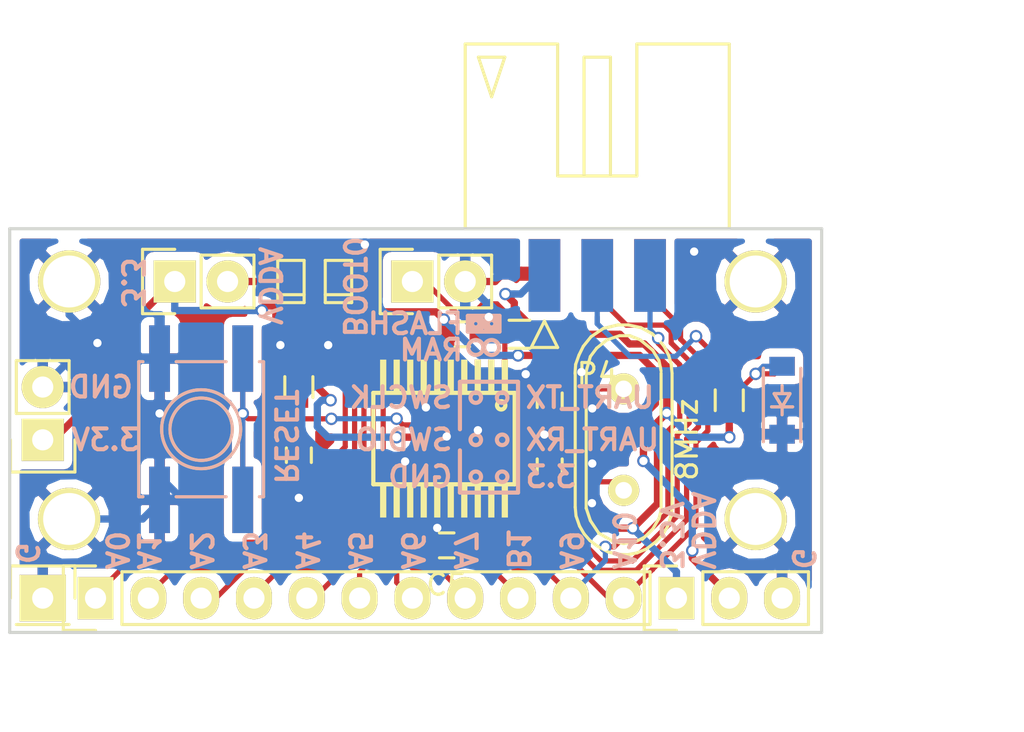
<source format=kicad_pcb>
(kicad_pcb (version 4) (host pcbnew 0.201603071541+6612~43~ubuntu14.04.1-product)

  (general
    (links 64)
    (no_connects 0)
    (area 113.907499 101.524999 153.110001 121.106001)
    (thickness 1.6)
    (drawings 56)
    (tracks 427)
    (zones 0)
    (modules 27)
    (nets 22)
  )

  (page A4)
  (layers
    (0 F.Cu signal)
    (31 B.Cu signal)
    (32 B.Adhes user)
    (33 F.Adhes user)
    (34 B.Paste user)
    (35 F.Paste user)
    (36 B.SilkS user)
    (37 F.SilkS user)
    (38 B.Mask user)
    (39 F.Mask user)
    (40 Dwgs.User user)
    (41 Cmts.User user)
    (42 Eco1.User user)
    (43 Eco2.User user)
    (44 Edge.Cuts user)
    (45 Margin user)
    (46 B.CrtYd user)
    (47 F.CrtYd user)
    (48 B.Fab user)
    (49 F.Fab user)
  )

  (setup
    (last_trace_width 0.25)
    (trace_clearance 0.2)
    (zone_clearance 0.4)
    (zone_45_only no)
    (trace_min 0.2)
    (segment_width 0.2)
    (edge_width 0.15)
    (via_size 0.6)
    (via_drill 0.4)
    (via_min_size 0.4)
    (via_min_drill 0.3)
    (uvia_size 0.3)
    (uvia_drill 0.1)
    (uvias_allowed no)
    (uvia_min_size 0.2)
    (uvia_min_drill 0.1)
    (pcb_text_width 0.3)
    (pcb_text_size 1.5 1.5)
    (mod_edge_width 0.15)
    (mod_text_size 1 1)
    (mod_text_width 0.15)
    (pad_size 1.524 1.524)
    (pad_drill 0.762)
    (pad_to_mask_clearance 0.2)
    (aux_axis_origin 0 0)
    (visible_elements FFFFFF7F)
    (pcbplotparams
      (layerselection 0x010f0_ffffffff)
      (usegerberextensions false)
      (excludeedgelayer true)
      (linewidth 0.100000)
      (plotframeref false)
      (viasonmask false)
      (mode 1)
      (useauxorigin false)
      (hpglpennumber 1)
      (hpglpenspeed 20)
      (hpglpendiameter 15)
      (psnegative false)
      (psa4output false)
      (plotreference true)
      (plotvalue true)
      (plotinvisibletext false)
      (padsonsilk false)
      (subtractmaskfromsilk false)
      (outputformat 1)
      (mirror false)
      (drillshape 0)
      (scaleselection 1)
      (outputdirectory gerbers/))
  )

  (net 0 "")
  (net 1 /OSC_IN)
  (net 2 GND)
  (net 3 /OSC_OUT)
  (net 4 /NRST)
  (net 5 +3V3)
  (net 6 VAA)
  (net 7 /PA0)
  (net 8 /PA1)
  (net 9 /PA2)
  (net 10 /PA3)
  (net 11 /PA4)
  (net 12 /PA5)
  (net 13 /PA6)
  (net 14 /PA7)
  (net 15 /PB1)
  (net 16 /PA9_TX)
  (net 17 /PA10_RX)
  (net 18 /PA13_SWDIO)
  (net 19 /PA14_SWCLK)
  (net 20 /BOOT0)
  (net 21 "Net-(D1-Pad2)")

  (net_class Default "This is the default net class."
    (clearance 0.2)
    (trace_width 0.25)
    (via_dia 0.6)
    (via_drill 0.4)
    (uvia_dia 0.3)
    (uvia_drill 0.1)
    (add_net /BOOT0)
    (add_net /NRST)
    (add_net /OSC_IN)
    (add_net /OSC_OUT)
    (add_net /PA0)
    (add_net /PA1)
    (add_net /PA10_RX)
    (add_net /PA13_SWDIO)
    (add_net /PA14_SWCLK)
    (add_net /PA2)
    (add_net /PA3)
    (add_net /PA4)
    (add_net /PA5)
    (add_net /PA6)
    (add_net /PA7)
    (add_net /PA9_TX)
    (add_net /PB1)
    (add_net "Net-(D1-Pad2)")
  )

  (net_class power ""
    (clearance 0.2)
    (trace_width 0.35)
    (via_dia 0.6)
    (via_drill 0.4)
    (uvia_dia 0.3)
    (uvia_drill 0.1)
    (add_net +3V3)
    (add_net GND)
    (add_net VAA)
  )

  (module Resistors_SMD:R_0603 (layer F.Cu) (tedit 561EBF16) (tstamp 561EABE5)
    (at 138.5 106.68 180)
    (descr "Resistor SMD 0603, reflow soldering, Vishay (see dcrcw.pdf)")
    (tags "resistor 0603")
    (path /561DC346)
    (attr smd)
    (fp_text reference R1 (at 0 -1.9 180) (layer F.SilkS) hide
      (effects (font (size 1 1) (thickness 0.15)))
    )
    (fp_text value 4.7k (at 0 1.9 180) (layer F.Fab) hide
      (effects (font (size 1 1) (thickness 0.15)))
    )
    (fp_line (start -1.3 -0.8) (end 1.3 -0.8) (layer F.CrtYd) (width 0.05))
    (fp_line (start -1.3 0.8) (end 1.3 0.8) (layer F.CrtYd) (width 0.05))
    (fp_line (start -1.3 -0.8) (end -1.3 0.8) (layer F.CrtYd) (width 0.05))
    (fp_line (start 1.3 -0.8) (end 1.3 0.8) (layer F.CrtYd) (width 0.05))
    (fp_line (start 0.5 0.675) (end -0.5 0.675) (layer F.SilkS) (width 0.15))
    (fp_line (start -0.5 -0.675) (end 0.5 -0.675) (layer F.SilkS) (width 0.15))
    (pad 1 smd rect (at -0.75 0 180) (size 0.5 0.9) (layers F.Cu F.Paste F.Mask)
      (net 5 +3V3))
    (pad 2 smd rect (at 0.75 0 180) (size 0.5 0.9) (layers F.Cu F.Paste F.Mask)
      (net 20 /BOOT0))
    (model Resistors_SMD.3dshapes/R_0603.wrl
      (at (xyz 0 0 0))
      (scale (xyz 1 1 1))
      (rotate (xyz 0 0 0))
    )
  )

  (module tssop:tssop20 (layer F.Cu) (tedit 56DF3B3E) (tstamp 561EAC0B)
    (at 134.87 111.7 270)
    (path /561D71BF)
    (solder_mask_margin 0.0762)
    (solder_paste_margin -0.0254)
    (attr smd)
    (fp_text reference U1 (at 0 4.5 270) (layer F.SilkS) hide
      (effects (font (size 0.762 0.762) (thickness 0.1524)))
    )
    (fp_text value stm32f030f4p6 (at 0 -4.2 270) (layer F.SilkS) hide
      (effects (font (size 0.762 0.762) (thickness 0.1524)))
    )
    (fp_circle (center -1.6 -2.75) (end -1.4 -2.75) (layer F.SilkS) (width 0.2032))
    (fp_line (start -2.2 -3.4) (end -2.2 3.4) (layer F.SilkS) (width 0.2032))
    (fp_line (start -2.2 3.4) (end 2.2 3.4) (layer F.SilkS) (width 0.2032))
    (fp_line (start 2.2 3.4) (end 2.2 -3.4) (layer F.SilkS) (width 0.2032))
    (fp_line (start 2.2 -3.4) (end -2.2 -3.4) (layer F.SilkS) (width 0.2032))
    (pad 19 smd rect (at 3 -2.275 270) (size 1.6 0.3) (layers F.Cu F.Paste F.SilkS F.Mask)
      (net 18 /PA13_SWDIO))
    (pad 20 smd rect (at 3 -2.925 270) (size 1.6 0.3) (layers F.Cu F.Paste F.SilkS F.Mask)
      (net 19 /PA14_SWCLK))
    (pad 18 smd rect (at 3 -1.625 270) (size 1.6 0.3) (layers F.Cu F.Paste F.SilkS F.Mask)
      (net 17 /PA10_RX))
    (pad 17 smd rect (at 3 -0.975 270) (size 1.6 0.3) (layers F.Cu F.Paste F.SilkS F.Mask)
      (net 16 /PA9_TX))
    (pad 16 smd rect (at 3 -0.325 270) (size 1.6 0.3) (layers F.Cu F.Paste F.SilkS F.Mask)
      (net 5 +3V3))
    (pad 15 smd rect (at 3 0.325 270) (size 1.6 0.3) (layers F.Cu F.Paste F.SilkS F.Mask)
      (net 2 GND))
    (pad 14 smd rect (at 3 0.975 270) (size 1.6 0.3) (layers F.Cu F.Paste F.SilkS F.Mask)
      (net 15 /PB1))
    (pad 13 smd rect (at 3 1.625 270) (size 1.6 0.3) (layers F.Cu F.Paste F.SilkS F.Mask)
      (net 14 /PA7))
    (pad 10 smd rect (at -3 2.925 270) (size 1.6 0.3) (layers F.Cu F.Paste F.SilkS F.Mask)
      (net 11 /PA4))
    (pad 9 smd rect (at -3 2.275 270) (size 1.6 0.3) (layers F.Cu F.Paste F.SilkS F.Mask)
      (net 10 /PA3))
    (pad 8 smd rect (at -3 1.625 270) (size 1.6 0.3) (layers F.Cu F.Paste F.SilkS F.Mask)
      (net 9 /PA2))
    (pad 7 smd rect (at -3 0.975 270) (size 1.6 0.3) (layers F.Cu F.Paste F.SilkS F.Mask)
      (net 8 /PA1))
    (pad 1 smd rect (at -3 -2.925 270) (size 1.6 0.3) (layers F.Cu F.Paste F.SilkS F.Mask)
      (net 20 /BOOT0))
    (pad 2 smd rect (at -3 -2.275 270) (size 1.6 0.3) (layers F.Cu F.Paste F.SilkS F.Mask)
      (net 1 /OSC_IN))
    (pad 3 smd rect (at -3 -1.625 270) (size 1.6 0.3) (layers F.Cu F.Paste F.SilkS F.Mask)
      (net 3 /OSC_OUT))
    (pad 4 smd rect (at -3 -0.975 270) (size 1.6 0.3) (layers F.Cu F.Paste F.SilkS F.Mask)
      (net 4 /NRST))
    (pad 5 smd rect (at -3 -0.325 270) (size 1.6 0.3) (layers F.Cu F.Paste F.SilkS F.Mask)
      (net 6 VAA))
    (pad 6 smd rect (at -3 0.325 270) (size 1.6 0.3) (layers F.Cu F.Paste F.SilkS F.Mask)
      (net 7 /PA0))
    (pad 12 smd rect (at 3 2.275 270) (size 1.6 0.3) (layers F.Cu F.Paste F.SilkS F.Mask)
      (net 13 /PA6))
    (pad 11 smd rect (at 3 2.925 270) (size 1.6 0.3) (layers F.Cu F.Paste F.SilkS F.Mask)
      (net 12 /PA5))
  )

  (module mechanics:hole_2.5mm (layer F.Cu) (tedit 56A2AC9D) (tstamp 569A545C)
    (at 149.86 104.14)
    (path /561D9808)
    (fp_text reference H3 (at 0 -3) (layer F.SilkS) hide
      (effects (font (thickness 0.15)))
    )
    (fp_text value HOLE (at 0 3) (layer F.SilkS) hide
      (effects (font (thickness 0.15)))
    )
    (pad 1 thru_hole circle (at 0 0) (size 3 3) (drill 2.5) (layers *.Cu *.Mask F.SilkS)
      (net 2 GND) (solder_mask_margin 1) (clearance 1))
  )

  (module mechanics:hole_2.5mm (layer F.Cu) (tedit 56A2AC9D) (tstamp 569A53FB)
    (at 116.84 104.14)
    (path /561D9694)
    (fp_text reference H1 (at 0 -3) (layer F.SilkS) hide
      (effects (font (thickness 0.15)))
    )
    (fp_text value HOLE (at 0 3) (layer F.SilkS) hide
      (effects (font (thickness 0.15)))
    )
    (pad 1 thru_hole circle (at 0 0) (size 3 3) (drill 2.5) (layers *.Cu *.Mask F.SilkS)
      (net 2 GND) (solder_mask_margin 1) (clearance 1))
  )

  (module Crystals:Crystal_HC49-U_Vertical (layer F.Cu) (tedit 56A2B4F6) (tstamp 561FFB5E)
    (at 143.51 111.75 270)
    (descr "Crystal, Quarz, HC49/U, vertical, stehend,")
    (tags "Crystal, Quarz, HC49/U, vertical, stehend,")
    (path /561D98E2)
    (fp_text reference Y1 (at 0 -3.81 270) (layer F.SilkS) hide
      (effects (font (size 1 1) (thickness 0.15)))
    )
    (fp_text value 8MHz (at 0 -3.048 270) (layer F.SilkS)
      (effects (font (size 1 1) (thickness 0.15)))
    )
    (fp_line (start 4.699 -1.00076) (end 4.89966 -0.59944) (layer F.SilkS) (width 0.15))
    (fp_line (start 4.89966 -0.59944) (end 5.00126 0) (layer F.SilkS) (width 0.15))
    (fp_line (start 5.00126 0) (end 4.89966 0.50038) (layer F.SilkS) (width 0.15))
    (fp_line (start 4.89966 0.50038) (end 4.50088 1.19888) (layer F.SilkS) (width 0.15))
    (fp_line (start 4.50088 1.19888) (end 3.8989 1.6002) (layer F.SilkS) (width 0.15))
    (fp_line (start 3.8989 1.6002) (end 3.29946 1.80086) (layer F.SilkS) (width 0.15))
    (fp_line (start 3.29946 1.80086) (end -3.29946 1.80086) (layer F.SilkS) (width 0.15))
    (fp_line (start -3.29946 1.80086) (end -4.0005 1.6002) (layer F.SilkS) (width 0.15))
    (fp_line (start -4.0005 1.6002) (end -4.39928 1.30048) (layer F.SilkS) (width 0.15))
    (fp_line (start -4.39928 1.30048) (end -4.8006 0.8001) (layer F.SilkS) (width 0.15))
    (fp_line (start -4.8006 0.8001) (end -5.00126 0.20066) (layer F.SilkS) (width 0.15))
    (fp_line (start -5.00126 0.20066) (end -5.00126 -0.29972) (layer F.SilkS) (width 0.15))
    (fp_line (start -5.00126 -0.29972) (end -4.8006 -0.8001) (layer F.SilkS) (width 0.15))
    (fp_line (start -4.8006 -0.8001) (end -4.30022 -1.39954) (layer F.SilkS) (width 0.15))
    (fp_line (start -4.30022 -1.39954) (end -3.79984 -1.69926) (layer F.SilkS) (width 0.15))
    (fp_line (start -3.79984 -1.69926) (end -3.29946 -1.80086) (layer F.SilkS) (width 0.15))
    (fp_line (start -3.2004 -1.80086) (end 3.40106 -1.80086) (layer F.SilkS) (width 0.15))
    (fp_line (start 3.40106 -1.80086) (end 3.79984 -1.69926) (layer F.SilkS) (width 0.15))
    (fp_line (start 3.79984 -1.69926) (end 4.30022 -1.39954) (layer F.SilkS) (width 0.15))
    (fp_line (start 4.30022 -1.39954) (end 4.8006 -0.89916) (layer F.SilkS) (width 0.15))
    (fp_line (start -3.19024 -2.32918) (end -3.64998 -2.28092) (layer F.SilkS) (width 0.15))
    (fp_line (start -3.64998 -2.28092) (end -4.04876 -2.16916) (layer F.SilkS) (width 0.15))
    (fp_line (start -4.04876 -2.16916) (end -4.48056 -1.95072) (layer F.SilkS) (width 0.15))
    (fp_line (start -4.48056 -1.95072) (end -4.77012 -1.71958) (layer F.SilkS) (width 0.15))
    (fp_line (start -4.77012 -1.71958) (end -5.10032 -1.36906) (layer F.SilkS) (width 0.15))
    (fp_line (start -5.10032 -1.36906) (end -5.38988 -0.83058) (layer F.SilkS) (width 0.15))
    (fp_line (start -5.38988 -0.83058) (end -5.51942 -0.23114) (layer F.SilkS) (width 0.15))
    (fp_line (start -5.51942 -0.23114) (end -5.51942 0.2794) (layer F.SilkS) (width 0.15))
    (fp_line (start -5.51942 0.2794) (end -5.34924 0.98044) (layer F.SilkS) (width 0.15))
    (fp_line (start -5.34924 0.98044) (end -4.95046 1.56972) (layer F.SilkS) (width 0.15))
    (fp_line (start -4.95046 1.56972) (end -4.49072 1.94056) (layer F.SilkS) (width 0.15))
    (fp_line (start -4.49072 1.94056) (end -4.06908 2.14884) (layer F.SilkS) (width 0.15))
    (fp_line (start -4.06908 2.14884) (end -3.6195 2.30886) (layer F.SilkS) (width 0.15))
    (fp_line (start -3.6195 2.30886) (end -3.18008 2.33934) (layer F.SilkS) (width 0.15))
    (fp_line (start 4.16052 2.1209) (end 4.53898 1.89992) (layer F.SilkS) (width 0.15))
    (fp_line (start 4.53898 1.89992) (end 4.85902 1.62052) (layer F.SilkS) (width 0.15))
    (fp_line (start 4.85902 1.62052) (end 5.11048 1.29032) (layer F.SilkS) (width 0.15))
    (fp_line (start 5.11048 1.29032) (end 5.4102 0.73914) (layer F.SilkS) (width 0.15))
    (fp_line (start 5.4102 0.73914) (end 5.51942 0.26924) (layer F.SilkS) (width 0.15))
    (fp_line (start 5.51942 0.26924) (end 5.53974 -0.1905) (layer F.SilkS) (width 0.15))
    (fp_line (start 5.53974 -0.1905) (end 5.45084 -0.65024) (layer F.SilkS) (width 0.15))
    (fp_line (start 5.45084 -0.65024) (end 5.26034 -1.09982) (layer F.SilkS) (width 0.15))
    (fp_line (start 5.26034 -1.09982) (end 4.89966 -1.56972) (layer F.SilkS) (width 0.15))
    (fp_line (start 4.89966 -1.56972) (end 4.54914 -1.88976) (layer F.SilkS) (width 0.15))
    (fp_line (start 4.54914 -1.88976) (end 4.16052 -2.1209) (layer F.SilkS) (width 0.15))
    (fp_line (start 4.16052 -2.1209) (end 3.73126 -2.2606) (layer F.SilkS) (width 0.15))
    (fp_line (start 3.73126 -2.2606) (end 3.2893 -2.32918) (layer F.SilkS) (width 0.15))
    (fp_line (start -3.2004 2.32918) (end 3.2512 2.32918) (layer F.SilkS) (width 0.15))
    (fp_line (start 3.2512 2.32918) (end 3.6703 2.29108) (layer F.SilkS) (width 0.15))
    (fp_line (start 3.6703 2.29108) (end 4.16052 2.1209) (layer F.SilkS) (width 0.15))
    (fp_line (start -3.2004 -2.32918) (end 3.2512 -2.32918) (layer F.SilkS) (width 0.15))
    (pad 1 thru_hole circle (at -2.44094 0 270) (size 1.50114 1.50114) (drill 0.8001) (layers *.Cu *.Mask F.SilkS)
      (net 1 /OSC_IN))
    (pad 2 thru_hole circle (at 2.44094 0 270) (size 1.50114 1.50114) (drill 0.8001) (layers *.Cu *.Mask F.SilkS)
      (net 3 /OSC_OUT))
  )

  (module Buttons_Switches_SMD:SW_SPST_EVQQ2 (layer F.Cu) (tedit 569ABAD2) (tstamp 569ABA38)
    (at 123.19 111.25 90)
    (descr "Light Touch Switch")
    (path /561DC92C)
    (attr smd)
    (fp_text reference SW1 (at -1 -4 90) (layer F.SilkS) hide
      (effects (font (size 1 1) (thickness 0.15)))
    )
    (fp_text value SW_PUSH (at 0 0 90) (layer F.Fab) hide
      (effects (font (size 1 1) (thickness 0.15)))
    )
    (fp_line (start -5.25 -3.25) (end 5.25 -3.25) (layer F.CrtYd) (width 0.05))
    (fp_line (start 5.25 -3.25) (end 5.25 3.25) (layer F.CrtYd) (width 0.05))
    (fp_line (start 5.25 3.25) (end -5.25 3.25) (layer F.CrtYd) (width 0.05))
    (fp_line (start -5.25 3.25) (end -5.25 -3.25) (layer F.CrtYd) (width 0.05))
    (fp_line (start 3.25 -3) (end 3.25 -2.8) (layer F.SilkS) (width 0.15))
    (fp_line (start 3.25 3) (end 3.25 2.8) (layer F.SilkS) (width 0.15))
    (fp_line (start -3.25 3) (end -3.25 2.8) (layer F.SilkS) (width 0.15))
    (fp_line (start -3.25 -3) (end -3.25 -2.8) (layer F.SilkS) (width 0.15))
    (fp_line (start -3.25 -1.2) (end -3.25 1.2) (layer F.SilkS) (width 0.15))
    (fp_line (start 3.25 -1.2) (end 3.25 1.2) (layer F.SilkS) (width 0.15))
    (fp_line (start 3.25 -3) (end -3.25 -3) (layer F.SilkS) (width 0.15))
    (fp_line (start -3.25 3) (end 3.25 3) (layer F.SilkS) (width 0.15))
    (fp_circle (center 0 0) (end 1.9 0) (layer F.SilkS) (width 0.15))
    (fp_circle (center 0 0) (end 1.5 0) (layer F.SilkS) (width 0.15))
    (pad 1 smd rect (at 3.4 -2 90) (size 3.2 1) (layers F.Cu F.Paste F.Mask)
      (net 2 GND))
    (pad 1 smd rect (at -3.4 -2 90) (size 3.2 1) (layers F.Cu F.Paste F.Mask)
      (net 2 GND))
    (pad 2 smd rect (at -3.4 2 90) (size 3.2 1) (layers F.Cu F.Paste F.Mask)
      (net 4 /NRST))
    (pad 2 smd rect (at 3.4 2 90) (size 3.2 1) (layers F.Cu F.Paste F.Mask)
      (net 4 /NRST))
  )

  (module Pin_Headers:Pin_Header_Straight_1x02 (layer F.Cu) (tedit 561FF8D8) (tstamp 561EABA6)
    (at 121.92 104.14 90)
    (descr "Through hole pin header")
    (tags "pin header")
    (path /561D80CB)
    (fp_text reference P1 (at 0 -5.1 90) (layer F.SilkS) hide
      (effects (font (size 1 1) (thickness 0.15)))
    )
    (fp_text value CONN_01X02 (at 0 -3.1 90) (layer F.Fab) hide
      (effects (font (size 1 1) (thickness 0.15)))
    )
    (fp_line (start 1.27 1.27) (end 1.27 3.81) (layer F.SilkS) (width 0.15))
    (fp_line (start 1.55 -1.55) (end 1.55 0) (layer F.SilkS) (width 0.15))
    (fp_line (start -1.75 -1.75) (end -1.75 4.3) (layer F.CrtYd) (width 0.05))
    (fp_line (start 1.75 -1.75) (end 1.75 4.3) (layer F.CrtYd) (width 0.05))
    (fp_line (start -1.75 -1.75) (end 1.75 -1.75) (layer F.CrtYd) (width 0.05))
    (fp_line (start -1.75 4.3) (end 1.75 4.3) (layer F.CrtYd) (width 0.05))
    (fp_line (start 1.27 1.27) (end -1.27 1.27) (layer F.SilkS) (width 0.15))
    (fp_line (start -1.55 0) (end -1.55 -1.55) (layer F.SilkS) (width 0.15))
    (fp_line (start -1.55 -1.55) (end 1.55 -1.55) (layer F.SilkS) (width 0.15))
    (fp_line (start -1.27 1.27) (end -1.27 3.81) (layer F.SilkS) (width 0.15))
    (fp_line (start -1.27 3.81) (end 1.27 3.81) (layer F.SilkS) (width 0.15))
    (pad 1 thru_hole rect (at 0 0 90) (size 2.032 2.032) (drill 1.016) (layers *.Cu *.Mask F.SilkS)
      (net 5 +3V3))
    (pad 2 thru_hole oval (at 0 2.54 90) (size 2.032 2.032) (drill 1.016) (layers *.Cu *.Mask F.SilkS)
      (net 6 VAA))
    (model Pin_Headers.3dshapes/Pin_Header_Straight_1x02.wrl
      (at (xyz 0 -0.05 0))
      (scale (xyz 1 1 1))
      (rotate (xyz 0 0 90))
    )
  )

  (module Pin_Headers:Pin_Header_Straight_1x02 (layer F.Cu) (tedit 561FF8E3) (tstamp 561EABC2)
    (at 133.35 104.14 90)
    (descr "Through hole pin header")
    (tags "pin header")
    (path /561DC234)
    (fp_text reference P_BOOT0 (at -2.64 1.7 180) (layer F.SilkS) hide
      (effects (font (size 1 1) (thickness 0.15)))
    )
    (fp_text value CONN_01X02 (at 0 -3.1 90) (layer F.Fab) hide
      (effects (font (size 1 1) (thickness 0.15)))
    )
    (fp_line (start 1.27 1.27) (end 1.27 3.81) (layer F.SilkS) (width 0.15))
    (fp_line (start 1.55 -1.55) (end 1.55 0) (layer F.SilkS) (width 0.15))
    (fp_line (start -1.75 -1.75) (end -1.75 4.3) (layer F.CrtYd) (width 0.05))
    (fp_line (start 1.75 -1.75) (end 1.75 4.3) (layer F.CrtYd) (width 0.05))
    (fp_line (start -1.75 -1.75) (end 1.75 -1.75) (layer F.CrtYd) (width 0.05))
    (fp_line (start -1.75 4.3) (end 1.75 4.3) (layer F.CrtYd) (width 0.05))
    (fp_line (start 1.27 1.27) (end -1.27 1.27) (layer F.SilkS) (width 0.15))
    (fp_line (start -1.55 0) (end -1.55 -1.55) (layer F.SilkS) (width 0.15))
    (fp_line (start -1.55 -1.55) (end 1.55 -1.55) (layer F.SilkS) (width 0.15))
    (fp_line (start -1.27 1.27) (end -1.27 3.81) (layer F.SilkS) (width 0.15))
    (fp_line (start -1.27 3.81) (end 1.27 3.81) (layer F.SilkS) (width 0.15))
    (pad 1 thru_hole rect (at 0 0 90) (size 2.032 2.032) (drill 1.016) (layers *.Cu *.Mask F.SilkS)
      (net 20 /BOOT0))
    (pad 2 thru_hole oval (at 0 2.54 90) (size 2.032 2.032) (drill 1.016) (layers *.Cu *.Mask F.SilkS)
      (net 2 GND))
    (model Pin_Headers.3dshapes/Pin_Header_Straight_1x02.wrl
      (at (xyz 0 -0.05 0))
      (scale (xyz 1 1 1))
      (rotate (xyz 0 0 90))
    )
  )

  (module Pin_Headers:Pin_Header_Straight_1x02 (layer F.Cu) (tedit 561FF8DC) (tstamp 561EABC8)
    (at 115.57 111.76 180)
    (descr "Through hole pin header")
    (tags "pin header")
    (path /561D733D)
    (fp_text reference P_POWER1 (at 0 -5.1 180) (layer F.SilkS) hide
      (effects (font (size 1 1) (thickness 0.15)))
    )
    (fp_text value CONN_01X02 (at 0 -3.1 180) (layer F.Fab) hide
      (effects (font (size 1 1) (thickness 0.15)))
    )
    (fp_line (start 1.27 1.27) (end 1.27 3.81) (layer F.SilkS) (width 0.15))
    (fp_line (start 1.55 -1.55) (end 1.55 0) (layer F.SilkS) (width 0.15))
    (fp_line (start -1.75 -1.75) (end -1.75 4.3) (layer F.CrtYd) (width 0.05))
    (fp_line (start 1.75 -1.75) (end 1.75 4.3) (layer F.CrtYd) (width 0.05))
    (fp_line (start -1.75 -1.75) (end 1.75 -1.75) (layer F.CrtYd) (width 0.05))
    (fp_line (start -1.75 4.3) (end 1.75 4.3) (layer F.CrtYd) (width 0.05))
    (fp_line (start 1.27 1.27) (end -1.27 1.27) (layer F.SilkS) (width 0.15))
    (fp_line (start -1.55 0) (end -1.55 -1.55) (layer F.SilkS) (width 0.15))
    (fp_line (start -1.55 -1.55) (end 1.55 -1.55) (layer F.SilkS) (width 0.15))
    (fp_line (start -1.27 1.27) (end -1.27 3.81) (layer F.SilkS) (width 0.15))
    (fp_line (start -1.27 3.81) (end 1.27 3.81) (layer F.SilkS) (width 0.15))
    (pad 1 thru_hole rect (at 0 0 180) (size 2.032 2.032) (drill 1.016) (layers *.Cu *.Mask F.SilkS)
      (net 5 +3V3))
    (pad 2 thru_hole oval (at 0 2.54 180) (size 2.032 2.032) (drill 1.016) (layers *.Cu *.Mask F.SilkS)
      (net 2 GND))
    (model Pin_Headers.3dshapes/Pin_Header_Straight_1x02.wrl
      (at (xyz 0 -0.05 0))
      (scale (xyz 1 1 1))
      (rotate (xyz 0 0 90))
    )
  )

  (module Resistors_SMD:R_0603 (layer F.Cu) (tedit 561EBDB3) (tstamp 561EABEB)
    (at 127.889 109.22 270)
    (descr "Resistor SMD 0603, reflow soldering, Vishay (see dcrcw.pdf)")
    (tags "resistor 0603")
    (path /561DBC5E)
    (attr smd)
    (fp_text reference R2 (at 0 -1.9 270) (layer F.SilkS) hide
      (effects (font (size 1 1) (thickness 0.15)))
    )
    (fp_text value 4.7k (at 0 1.9 270) (layer F.Fab) hide
      (effects (font (size 1 1) (thickness 0.15)))
    )
    (fp_line (start -1.3 -0.8) (end 1.3 -0.8) (layer F.CrtYd) (width 0.05))
    (fp_line (start -1.3 0.8) (end 1.3 0.8) (layer F.CrtYd) (width 0.05))
    (fp_line (start -1.3 -0.8) (end -1.3 0.8) (layer F.CrtYd) (width 0.05))
    (fp_line (start 1.3 -0.8) (end 1.3 0.8) (layer F.CrtYd) (width 0.05))
    (fp_line (start 0.5 0.675) (end -0.5 0.675) (layer F.SilkS) (width 0.15))
    (fp_line (start -0.5 -0.675) (end 0.5 -0.675) (layer F.SilkS) (width 0.15))
    (pad 1 smd rect (at -0.75 0 270) (size 0.5 0.9) (layers F.Cu F.Paste F.Mask)
      (net 5 +3V3))
    (pad 2 smd rect (at 0.75 0 270) (size 0.5 0.9) (layers F.Cu F.Paste F.Mask)
      (net 4 /NRST))
    (model Resistors_SMD.3dshapes/R_0603.wrl
      (at (xyz 0 0 0))
      (scale (xyz 1 1 1))
      (rotate (xyz 0 0 0))
    )
  )

  (module Capacitors_SMD:C_0603 (layer F.Cu) (tedit 561EBAE0) (tstamp 561EAB94)
    (at 139.954 109.855 270)
    (descr "Capacitor SMD 0603, reflow soldering, AVX (see smccp.pdf)")
    (tags "capacitor 0603")
    (path /561D9A0C)
    (attr smd)
    (fp_text reference C1 (at 0 -1.9 270) (layer F.SilkS) hide
      (effects (font (size 1 1) (thickness 0.15)))
    )
    (fp_text value 20pF (at 0 1.9 270) (layer F.Fab) hide
      (effects (font (size 1 1) (thickness 0.15)))
    )
    (fp_line (start -1.45 -0.75) (end 1.45 -0.75) (layer F.CrtYd) (width 0.05))
    (fp_line (start -1.45 0.75) (end 1.45 0.75) (layer F.CrtYd) (width 0.05))
    (fp_line (start -1.45 -0.75) (end -1.45 0.75) (layer F.CrtYd) (width 0.05))
    (fp_line (start 1.45 -0.75) (end 1.45 0.75) (layer F.CrtYd) (width 0.05))
    (fp_line (start -0.35 -0.6) (end 0.35 -0.6) (layer F.SilkS) (width 0.15))
    (fp_line (start 0.35 0.6) (end -0.35 0.6) (layer F.SilkS) (width 0.15))
    (pad 1 smd rect (at -0.75 0 270) (size 0.8 0.75) (layers F.Cu F.Paste F.Mask)
      (net 1 /OSC_IN))
    (pad 2 smd rect (at 0.75 0 270) (size 0.8 0.75) (layers F.Cu F.Paste F.Mask)
      (net 2 GND))
    (model Capacitors_SMD.3dshapes/C_0603.wrl
      (at (xyz 0 0 0))
      (scale (xyz 1 1 1))
      (rotate (xyz 0 0 0))
    )
  )

  (module Capacitors_SMD:C_0603 (layer F.Cu) (tedit 561EBAE8) (tstamp 561EAB9A)
    (at 139.954 113.03 90)
    (descr "Capacitor SMD 0603, reflow soldering, AVX (see smccp.pdf)")
    (tags "capacitor 0603")
    (path /561D9999)
    (attr smd)
    (fp_text reference C2 (at 0 -1.9 90) (layer F.SilkS) hide
      (effects (font (size 1 1) (thickness 0.15)))
    )
    (fp_text value 20pF (at 0 1.9 90) (layer F.Fab) hide
      (effects (font (size 1 1) (thickness 0.15)))
    )
    (fp_line (start -1.45 -0.75) (end 1.45 -0.75) (layer F.CrtYd) (width 0.05))
    (fp_line (start -1.45 0.75) (end 1.45 0.75) (layer F.CrtYd) (width 0.05))
    (fp_line (start -1.45 -0.75) (end -1.45 0.75) (layer F.CrtYd) (width 0.05))
    (fp_line (start 1.45 -0.75) (end 1.45 0.75) (layer F.CrtYd) (width 0.05))
    (fp_line (start -0.35 -0.6) (end 0.35 -0.6) (layer F.SilkS) (width 0.15))
    (fp_line (start 0.35 0.6) (end -0.35 0.6) (layer F.SilkS) (width 0.15))
    (pad 1 smd rect (at -0.75 0 90) (size 0.8 0.75) (layers F.Cu F.Paste F.Mask)
      (net 3 /OSC_OUT))
    (pad 2 smd rect (at 0.75 0 90) (size 0.8 0.75) (layers F.Cu F.Paste F.Mask)
      (net 2 GND))
    (model Capacitors_SMD.3dshapes/C_0603.wrl
      (at (xyz 0 0 0))
      (scale (xyz 1 1 1))
      (rotate (xyz 0 0 0))
    )
  )

  (module Capacitors_SMD:C_0603 (layer F.Cu) (tedit 561EC50C) (tstamp 561EABA0)
    (at 127.889 112.5 270)
    (descr "Capacitor SMD 0603, reflow soldering, AVX (see smccp.pdf)")
    (tags "capacitor 0603")
    (path /561D9AC7)
    (attr smd)
    (fp_text reference C3 (at 0 -1.9 270) (layer F.SilkS) hide
      (effects (font (size 1 1) (thickness 0.15)))
    )
    (fp_text value 20pF (at 0 1.9 270) (layer F.Fab) hide
      (effects (font (size 1 1) (thickness 0.15)))
    )
    (fp_line (start -1.45 -0.75) (end 1.45 -0.75) (layer F.CrtYd) (width 0.05))
    (fp_line (start -1.45 0.75) (end 1.45 0.75) (layer F.CrtYd) (width 0.05))
    (fp_line (start -1.45 -0.75) (end -1.45 0.75) (layer F.CrtYd) (width 0.05))
    (fp_line (start 1.45 -0.75) (end 1.45 0.75) (layer F.CrtYd) (width 0.05))
    (fp_line (start -0.35 -0.6) (end 0.35 -0.6) (layer F.SilkS) (width 0.15))
    (fp_line (start 0.35 0.6) (end -0.35 0.6) (layer F.SilkS) (width 0.15))
    (pad 1 smd rect (at -0.75 0 270) (size 0.8 0.75) (layers F.Cu F.Paste F.Mask)
      (net 4 /NRST))
    (pad 2 smd rect (at 0.75 0 270) (size 0.8 0.75) (layers F.Cu F.Paste F.Mask)
      (net 2 GND))
    (model Capacitors_SMD.3dshapes/C_0603.wrl
      (at (xyz 0 0 0))
      (scale (xyz 1 1 1))
      (rotate (xyz 0 0 0))
    )
  )

  (module Pin_Headers:Pin_Header_Straight_1x01 (layer F.Cu) (tedit 561FF8D2) (tstamp 561EABBC)
    (at 115.57 119.38)
    (descr "Through hole pin header")
    (tags "pin header")
    (path /561D7710)
    (fp_text reference P3 (at 0 -5.1) (layer F.SilkS) hide
      (effects (font (size 1 1) (thickness 0.15)))
    )
    (fp_text value CONN_01X01 (at 0 -3.1) (layer F.Fab) hide
      (effects (font (size 1 1) (thickness 0.15)))
    )
    (fp_line (start 1.55 -1.55) (end 1.55 0) (layer F.SilkS) (width 0.15))
    (fp_line (start -1.75 -1.75) (end -1.75 1.75) (layer F.CrtYd) (width 0.05))
    (fp_line (start 1.75 -1.75) (end 1.75 1.75) (layer F.CrtYd) (width 0.05))
    (fp_line (start -1.75 -1.75) (end 1.75 -1.75) (layer F.CrtYd) (width 0.05))
    (fp_line (start -1.75 1.75) (end 1.75 1.75) (layer F.CrtYd) (width 0.05))
    (fp_line (start -1.55 0) (end -1.55 -1.55) (layer F.SilkS) (width 0.15))
    (fp_line (start -1.55 -1.55) (end 1.55 -1.55) (layer F.SilkS) (width 0.15))
    (fp_line (start -1.27 1.27) (end 1.27 1.27) (layer F.SilkS) (width 0.15))
    (pad 1 thru_hole rect (at 0 0) (size 2.2352 2.2352) (drill 1.016) (layers *.Cu *.Mask F.SilkS)
      (net 2 GND))
    (model Pin_Headers.3dshapes/Pin_Header_Straight_1x01.wrl
      (at (xyz 0 0 0))
      (scale (xyz 1 1 1))
      (rotate (xyz 0 0 90))
    )
  )

  (module Pin_Headers:Pin_Header_Straight_1x03 (layer F.Cu) (tedit 561ECA18) (tstamp 561EABCF)
    (at 146.05 119.38 90)
    (descr "Through hole pin header")
    (tags "pin header")
    (path /561D7699)
    (fp_text reference P_POWER_BOARD1 (at 0 -5.1 90) (layer F.SilkS) hide
      (effects (font (size 1 1) (thickness 0.15)))
    )
    (fp_text value CONN_01X03 (at 0 -3.1 90) (layer F.Fab) hide
      (effects (font (size 1 1) (thickness 0.15)))
    )
    (fp_line (start -1.75 -1.75) (end -1.75 6.85) (layer F.CrtYd) (width 0.05))
    (fp_line (start 1.75 -1.75) (end 1.75 6.85) (layer F.CrtYd) (width 0.05))
    (fp_line (start -1.75 -1.75) (end 1.75 -1.75) (layer F.CrtYd) (width 0.05))
    (fp_line (start -1.75 6.85) (end 1.75 6.85) (layer F.CrtYd) (width 0.05))
    (fp_line (start -1.27 1.27) (end -1.27 6.35) (layer F.SilkS) (width 0.15))
    (fp_line (start -1.27 6.35) (end 1.27 6.35) (layer F.SilkS) (width 0.15))
    (fp_line (start 1.27 6.35) (end 1.27 1.27) (layer F.SilkS) (width 0.15))
    (fp_line (start 1.55 -1.55) (end 1.55 0) (layer F.SilkS) (width 0.15))
    (fp_line (start 1.27 1.27) (end -1.27 1.27) (layer F.SilkS) (width 0.15))
    (fp_line (start -1.55 0) (end -1.55 -1.55) (layer F.SilkS) (width 0.15))
    (fp_line (start -1.55 -1.55) (end 1.55 -1.55) (layer F.SilkS) (width 0.15))
    (pad 1 thru_hole rect (at 0 0 90) (size 2.032 1.7272) (drill 1.016) (layers *.Cu *.Mask F.SilkS)
      (net 5 +3V3))
    (pad 2 thru_hole oval (at 0 2.54 90) (size 2.032 1.7272) (drill 1.016) (layers *.Cu *.Mask F.SilkS)
      (net 6 VAA))
    (pad 3 thru_hole oval (at 0 5.08 90) (size 2.032 1.7272) (drill 1.016) (layers *.Cu *.Mask F.SilkS)
      (net 2 GND))
    (model Pin_Headers.3dshapes/Pin_Header_Straight_1x03.wrl
      (at (xyz 0 -0.1 0))
      (scale (xyz 1 1 1))
      (rotate (xyz 0 0 90))
    )
  )

  (module Capacitors_SMD:C_0603 (layer F.Cu) (tedit 56A2BE55) (tstamp 569A462A)
    (at 135 116.84 180)
    (descr "Capacitor SMD 0603, reflow soldering, AVX (see smccp.pdf)")
    (tags "capacitor 0603")
    (path /569A4291)
    (attr smd)
    (fp_text reference C5 (at 0 -1.9 180) (layer F.SilkS)
      (effects (font (size 1 1) (thickness 0.15)))
    )
    (fp_text value 100pF (at 0 1.9 180) (layer F.Fab) hide
      (effects (font (size 1 1) (thickness 0.15)))
    )
    (fp_line (start -1.45 -0.75) (end 1.45 -0.75) (layer F.CrtYd) (width 0.05))
    (fp_line (start -1.45 0.75) (end 1.45 0.75) (layer F.CrtYd) (width 0.05))
    (fp_line (start -1.45 -0.75) (end -1.45 0.75) (layer F.CrtYd) (width 0.05))
    (fp_line (start 1.45 -0.75) (end 1.45 0.75) (layer F.CrtYd) (width 0.05))
    (fp_line (start -0.35 -0.6) (end 0.35 -0.6) (layer F.SilkS) (width 0.15))
    (fp_line (start 0.35 0.6) (end -0.35 0.6) (layer F.SilkS) (width 0.15))
    (pad 1 smd rect (at -0.75 0 180) (size 0.8 0.75) (layers F.Cu F.Paste F.Mask)
      (net 5 +3V3))
    (pad 2 smd rect (at 0.75 0 180) (size 0.8 0.75) (layers F.Cu F.Paste F.Mask)
      (net 2 GND))
    (model Capacitors_SMD.3dshapes/C_0603.wrl
      (at (xyz 0 0 0))
      (scale (xyz 1 1 1))
      (rotate (xyz 0 0 0))
    )
  )

  (module Capacitors_SMD:C_0603 (layer F.Cu) (tedit 569A5BE7) (tstamp 569A4630)
    (at 135.75 106.68)
    (descr "Capacitor SMD 0603, reflow soldering, AVX (see smccp.pdf)")
    (tags "capacitor 0603")
    (path /569A41E5)
    (attr smd)
    (fp_text reference C7 (at 0 -1.9) (layer F.SilkS) hide
      (effects (font (size 1 1) (thickness 0.15)))
    )
    (fp_text value 10pF (at 0.25 -1.5) (layer F.Fab) hide
      (effects (font (size 1 1) (thickness 0.15)))
    )
    (fp_line (start -1.45 -0.75) (end 1.45 -0.75) (layer F.CrtYd) (width 0.05))
    (fp_line (start -1.45 0.75) (end 1.45 0.75) (layer F.CrtYd) (width 0.05))
    (fp_line (start -1.45 -0.75) (end -1.45 0.75) (layer F.CrtYd) (width 0.05))
    (fp_line (start 1.45 -0.75) (end 1.45 0.75) (layer F.CrtYd) (width 0.05))
    (fp_line (start -0.35 -0.6) (end 0.35 -0.6) (layer F.SilkS) (width 0.15))
    (fp_line (start 0.35 0.6) (end -0.35 0.6) (layer F.SilkS) (width 0.15))
    (pad 1 smd rect (at -0.75 0) (size 0.8 0.75) (layers F.Cu F.Paste F.Mask)
      (net 6 VAA))
    (pad 2 smd rect (at 0.75 0) (size 0.8 0.75) (layers F.Cu F.Paste F.Mask)
      (net 2 GND))
    (model Capacitors_SMD.3dshapes/C_0603.wrl
      (at (xyz 0 0 0))
      (scale (xyz 1 1 1))
      (rotate (xyz 0 0 0))
    )
  )

  (module Capacitors_Tantalum_SMD:TantalC_SizeR_EIA-2012 (layer F.Cu) (tedit 569ABFC2) (tstamp 569A5125)
    (at 127.508 104.14 270)
    (descr "Tantal Cap. , Size C, EIA-2012")
    (path /569A4090)
    (fp_text reference C4 (at 0.0254 -1.2954 270) (layer F.SilkS) hide
      (effects (font (size 1 1) (thickness 0.15)))
    )
    (fp_text value 4.7uF (at 0 1.27 270) (layer F.Fab) hide
      (effects (font (size 1 1) (thickness 0.15)))
    )
    (fp_line (start 0.635 -0.635) (end 0.635 0.635) (layer F.SilkS) (width 0.15))
    (fp_line (start -1.016 -0.635) (end -1.016 0.635) (layer F.SilkS) (width 0.15))
    (fp_line (start -1.016 0.635) (end 1.016 0.635) (layer F.SilkS) (width 0.15))
    (fp_line (start 1.016 0.635) (end 1.016 -0.635) (layer F.SilkS) (width 0.15))
    (fp_line (start 1.016 -0.635) (end -1.016 -0.635) (layer F.SilkS) (width 0.15))
    (pad 1 smd rect (at 1.17602 0 270) (size 1.5494 1.80086) (layers F.Cu F.Paste F.Mask)
      (net 5 +3V3))
    (pad 2 smd rect (at -1.17602 0 270) (size 1.5494 1.80086) (layers F.Cu F.Paste F.Mask)
      (net 2 GND))
    (model Capacitors_Tantalum_SMD.3dshapes/TantalC_SizeR_EIA-2012.wrl
      (at (xyz 0 0 0))
      (scale (xyz 1 1 1))
      (rotate (xyz 0 0 0))
    )
  )

  (module Capacitors_Tantalum_SMD:TantalC_SizeR_EIA-2012 (layer F.Cu) (tedit 569A5BEA) (tstamp 569A512A)
    (at 129.794 104.14 270)
    (descr "Tantal Cap. , Size C, EIA-2012")
    (path /569A4136)
    (fp_text reference C6 (at 0.0254 -1.2954 270) (layer F.SilkS) hide
      (effects (font (size 1 1) (thickness 0.15)))
    )
    (fp_text value 1uF (at 0 -2 270) (layer F.Fab) hide
      (effects (font (size 1 1) (thickness 0.15)))
    )
    (fp_line (start 0.635 -0.635) (end 0.635 0.635) (layer F.SilkS) (width 0.15))
    (fp_line (start -1.016 -0.635) (end -1.016 0.635) (layer F.SilkS) (width 0.15))
    (fp_line (start -1.016 0.635) (end 1.016 0.635) (layer F.SilkS) (width 0.15))
    (fp_line (start 1.016 0.635) (end 1.016 -0.635) (layer F.SilkS) (width 0.15))
    (fp_line (start 1.016 -0.635) (end -1.016 -0.635) (layer F.SilkS) (width 0.15))
    (pad 1 smd rect (at 1.17602 0 270) (size 1.5494 1.80086) (layers F.Cu F.Paste F.Mask)
      (net 6 VAA))
    (pad 2 smd rect (at -1.17602 0 270) (size 1.5494 1.80086) (layers F.Cu F.Paste F.Mask)
      (net 2 GND))
    (model Capacitors_Tantalum_SMD.3dshapes/TantalC_SizeR_EIA-2012.wrl
      (at (xyz 0 0 0))
      (scale (xyz 1 1 1))
      (rotate (xyz 0 0 0))
    )
  )

  (module Pin_Headers:Pin_Header_Straight_1x11 (layer F.Cu) (tedit 56A2BE3D) (tstamp 569A5A65)
    (at 118.11 119.38 90)
    (descr "Through hole pin header")
    (tags "pin header")
    (path /569A69F6)
    (fp_text reference P2 (at 0 -5.1 90) (layer F.SilkS) hide
      (effects (font (size 1 1) (thickness 0.15)))
    )
    (fp_text value CONN_01X11 (at 0 -3.1 90) (layer F.Fab) hide
      (effects (font (size 1 1) (thickness 0.15)))
    )
    (fp_line (start -1.75 -1.75) (end -1.75 27.15) (layer F.CrtYd) (width 0.05))
    (fp_line (start 1.75 -1.75) (end 1.75 27.15) (layer F.CrtYd) (width 0.05))
    (fp_line (start -1.75 -1.75) (end 1.75 -1.75) (layer F.CrtYd) (width 0.05))
    (fp_line (start -1.75 27.15) (end 1.75 27.15) (layer F.CrtYd) (width 0.05))
    (fp_line (start 1.27 1.27) (end 1.27 26.67) (layer F.SilkS) (width 0.15))
    (fp_line (start 1.27 26.67) (end -1.27 26.67) (layer F.SilkS) (width 0.15))
    (fp_line (start -1.27 26.67) (end -1.27 1.27) (layer F.SilkS) (width 0.15))
    (fp_line (start 1.55 -1.55) (end 1.55 0) (layer F.SilkS) (width 0.15))
    (fp_line (start 1.27 1.27) (end -1.27 1.27) (layer F.SilkS) (width 0.15))
    (fp_line (start -1.55 0) (end -1.55 -1.55) (layer F.SilkS) (width 0.15))
    (fp_line (start -1.55 -1.55) (end 1.55 -1.55) (layer F.SilkS) (width 0.15))
    (pad 1 thru_hole rect (at 0 0 90) (size 2.032 1.7272) (drill 1.016) (layers *.Cu *.Mask F.SilkS)
      (net 7 /PA0))
    (pad 2 thru_hole oval (at 0 2.54 90) (size 2.032 1.7272) (drill 1.016) (layers *.Cu *.Mask F.SilkS)
      (net 8 /PA1))
    (pad 3 thru_hole oval (at 0 5.08 90) (size 2.032 1.7272) (drill 1.016) (layers *.Cu *.Mask F.SilkS)
      (net 9 /PA2))
    (pad 4 thru_hole oval (at 0 7.62 90) (size 2.032 1.7272) (drill 1.016) (layers *.Cu *.Mask F.SilkS)
      (net 10 /PA3))
    (pad 5 thru_hole oval (at 0 10.16 90) (size 2.032 1.7272) (drill 1.016) (layers *.Cu *.Mask F.SilkS)
      (net 11 /PA4))
    (pad 6 thru_hole oval (at 0 12.7 90) (size 2.032 1.7272) (drill 1.016) (layers *.Cu *.Mask F.SilkS)
      (net 12 /PA5))
    (pad 7 thru_hole oval (at 0 15.24 90) (size 2.032 1.7272) (drill 1.016) (layers *.Cu *.Mask F.SilkS)
      (net 13 /PA6))
    (pad 8 thru_hole oval (at 0 17.78 90) (size 2.032 1.7272) (drill 1.016) (layers *.Cu *.Mask F.SilkS)
      (net 14 /PA7))
    (pad 9 thru_hole oval (at 0 20.32 90) (size 2.032 1.7272) (drill 1.016) (layers *.Cu *.Mask F.SilkS)
      (net 15 /PB1))
    (pad 10 thru_hole oval (at 0 22.86 90) (size 2.032 1.7272) (drill 1.016) (layers *.Cu *.Mask F.SilkS)
      (net 16 /PA9_TX))
    (pad 11 thru_hole oval (at 0 25.4 90) (size 2.032 1.7272) (drill 1.016) (layers *.Cu *.Mask F.SilkS)
      (net 17 /PA10_RX))
    (model Pin_Headers.3dshapes/Pin_Header_Straight_1x11.wrl
      (at (xyz 0 -0.5 0))
      (scale (xyz 1 1 1))
      (rotate (xyz 0 0 90))
    )
  )

  (module Buttons_Switches_SMD:SW_SPST_EVQQ2 (layer B.Cu) (tedit 569AC862) (tstamp 569ABAAD)
    (at 123.19 111.25 270)
    (descr "Light Touch Switch")
    (path /561EB142)
    (attr smd)
    (fp_text reference SW2 (at -1 4 270) (layer B.SilkS) hide
      (effects (font (size 1 1) (thickness 0.15)) (justify mirror))
    )
    (fp_text value SW_PUSH (at 0 0 270) (layer B.Fab) hide
      (effects (font (size 1 1) (thickness 0.15)) (justify mirror))
    )
    (fp_line (start -5.25 3.25) (end 5.25 3.25) (layer B.CrtYd) (width 0.05))
    (fp_line (start 5.25 3.25) (end 5.25 -3.25) (layer B.CrtYd) (width 0.05))
    (fp_line (start 5.25 -3.25) (end -5.25 -3.25) (layer B.CrtYd) (width 0.05))
    (fp_line (start -5.25 -3.25) (end -5.25 3.25) (layer B.CrtYd) (width 0.05))
    (fp_line (start 3.25 3) (end 3.25 2.8) (layer B.SilkS) (width 0.15))
    (fp_line (start 3.25 -3) (end 3.25 -2.8) (layer B.SilkS) (width 0.15))
    (fp_line (start -3.25 -3) (end -3.25 -2.8) (layer B.SilkS) (width 0.15))
    (fp_line (start -3.25 3) (end -3.25 2.8) (layer B.SilkS) (width 0.15))
    (fp_line (start -3.25 1.2) (end -3.25 -1.2) (layer B.SilkS) (width 0.15))
    (fp_line (start 3.25 1.2) (end 3.25 -1.2) (layer B.SilkS) (width 0.15))
    (fp_line (start 3.25 3) (end -3.25 3) (layer B.SilkS) (width 0.15))
    (fp_line (start -3.25 -3) (end 3.25 -3) (layer B.SilkS) (width 0.15))
    (fp_circle (center 0 0) (end 1.9 0) (layer B.SilkS) (width 0.15))
    (fp_circle (center 0 0) (end 1.5 0) (layer B.SilkS) (width 0.15))
    (pad 1 smd rect (at 3.4 2 270) (size 3.2 1) (layers B.Cu B.Paste B.Mask)
      (net 2 GND))
    (pad 1 smd rect (at -3.4 2 270) (size 3.2 1) (layers B.Cu B.Paste B.Mask)
      (net 2 GND))
    (pad 2 smd rect (at -3.4 -2 270) (size 3.2 1) (layers B.Cu B.Paste B.Mask)
      (net 4 /NRST))
    (pad 2 smd rect (at 3.4 -2 270) (size 3.2 1) (layers B.Cu B.Paste B.Mask)
      (net 4 /NRST))
  )

  (module Resistors_SMD:R_0603 (layer F.Cu) (tedit 56A01A85) (tstamp 56A00C72)
    (at 148.59 109.855 90)
    (descr "Resistor SMD 0603, reflow soldering, Vishay (see dcrcw.pdf)")
    (tags "resistor 0603")
    (path /56A012C3)
    (attr smd)
    (fp_text reference R3 (at 0 -1.9 90) (layer F.SilkS) hide
      (effects (font (size 1 1) (thickness 0.15)))
    )
    (fp_text value 4.7k (at 0 1.9 90) (layer F.Fab) hide
      (effects (font (size 1 1) (thickness 0.15)))
    )
    (fp_line (start -1.3 -0.8) (end 1.3 -0.8) (layer F.CrtYd) (width 0.05))
    (fp_line (start -1.3 0.8) (end 1.3 0.8) (layer F.CrtYd) (width 0.05))
    (fp_line (start -1.3 -0.8) (end -1.3 0.8) (layer F.CrtYd) (width 0.05))
    (fp_line (start 1.3 -0.8) (end 1.3 0.8) (layer F.CrtYd) (width 0.05))
    (fp_line (start 0.5 0.675) (end -0.5 0.675) (layer F.SilkS) (width 0.15))
    (fp_line (start -0.5 -0.675) (end 0.5 -0.675) (layer F.SilkS) (width 0.15))
    (pad 1 smd rect (at -0.75 0 90) (size 0.5 0.9) (layers F.Cu F.Paste F.Mask)
      (net 5 +3V3))
    (pad 2 smd rect (at 0.75 0 90) (size 0.5 0.9) (layers F.Cu F.Paste F.Mask)
      (net 21 "Net-(D1-Pad2)"))
    (model Resistors_SMD.3dshapes/R_0603.wrl
      (at (xyz 0 0 0))
      (scale (xyz 1 1 1))
      (rotate (xyz 0 0 0))
    )
  )

  (module Diodes_SMD:SOD-123 (layer B.Cu) (tedit 56A01A7D) (tstamp 56A00CC8)
    (at 151.13 109.855 90)
    (descr SOD-123)
    (tags SOD-123)
    (path /56A013F4)
    (attr smd)
    (fp_text reference D1 (at 0 2 90) (layer B.SilkS) hide
      (effects (font (size 1 1) (thickness 0.15)) (justify mirror))
    )
    (fp_text value LED (at 0 -2.1 90) (layer B.Fab) hide
      (effects (font (size 1 1) (thickness 0.15)) (justify mirror))
    )
    (fp_line (start 0.3175 0) (end 0.6985 0) (layer B.SilkS) (width 0.15))
    (fp_line (start -0.6985 0) (end -0.3175 0) (layer B.SilkS) (width 0.15))
    (fp_line (start -0.3175 0) (end 0.3175 0.381) (layer B.SilkS) (width 0.15))
    (fp_line (start 0.3175 0.381) (end 0.3175 -0.381) (layer B.SilkS) (width 0.15))
    (fp_line (start 0.3175 -0.381) (end -0.3175 0) (layer B.SilkS) (width 0.15))
    (fp_line (start -0.3175 0.508) (end -0.3175 -0.508) (layer B.SilkS) (width 0.15))
    (fp_line (start -2.25 1.05) (end 2.25 1.05) (layer B.CrtYd) (width 0.05))
    (fp_line (start 2.25 1.05) (end 2.25 -1.05) (layer B.CrtYd) (width 0.05))
    (fp_line (start 2.25 -1.05) (end -2.25 -1.05) (layer B.CrtYd) (width 0.05))
    (fp_line (start -2.25 1.05) (end -2.25 -1.05) (layer B.CrtYd) (width 0.05))
    (fp_line (start -2 -0.9) (end 1.54 -0.9) (layer B.SilkS) (width 0.15))
    (fp_line (start -2 0.9) (end 1.54 0.9) (layer B.SilkS) (width 0.15))
    (pad 1 smd rect (at -1.635 0 90) (size 0.91 1.22) (layers B.Cu B.Paste B.Mask)
      (net 2 GND))
    (pad 2 smd rect (at 1.635 0 90) (size 0.91 1.22) (layers B.Cu B.Paste B.Mask)
      (net 21 "Net-(D1-Pad2)"))
  )

  (module Diodes_SMD:SOD-123 (layer F.Cu) (tedit 56A01A80) (tstamp 56A00CCD)
    (at 151.13 109.855 90)
    (descr SOD-123)
    (tags SOD-123)
    (path /56A01595)
    (attr smd)
    (fp_text reference D2 (at 0 -2 90) (layer F.SilkS) hide
      (effects (font (size 1 1) (thickness 0.15)))
    )
    (fp_text value LED (at 0 2.1 90) (layer F.Fab) hide
      (effects (font (size 1 1) (thickness 0.15)))
    )
    (fp_line (start 0.3175 0) (end 0.6985 0) (layer F.SilkS) (width 0.15))
    (fp_line (start -0.6985 0) (end -0.3175 0) (layer F.SilkS) (width 0.15))
    (fp_line (start -0.3175 0) (end 0.3175 -0.381) (layer F.SilkS) (width 0.15))
    (fp_line (start 0.3175 -0.381) (end 0.3175 0.381) (layer F.SilkS) (width 0.15))
    (fp_line (start 0.3175 0.381) (end -0.3175 0) (layer F.SilkS) (width 0.15))
    (fp_line (start -0.3175 -0.508) (end -0.3175 0.508) (layer F.SilkS) (width 0.15))
    (fp_line (start -2.25 -1.05) (end 2.25 -1.05) (layer F.CrtYd) (width 0.05))
    (fp_line (start 2.25 -1.05) (end 2.25 1.05) (layer F.CrtYd) (width 0.05))
    (fp_line (start 2.25 1.05) (end -2.25 1.05) (layer F.CrtYd) (width 0.05))
    (fp_line (start -2.25 -1.05) (end -2.25 1.05) (layer F.CrtYd) (width 0.05))
    (fp_line (start -2 0.9) (end 1.54 0.9) (layer F.SilkS) (width 0.15))
    (fp_line (start -2 -0.9) (end 1.54 -0.9) (layer F.SilkS) (width 0.15))
    (pad 1 smd rect (at -1.635 0 90) (size 0.91 1.22) (layers F.Cu F.Paste F.Mask)
      (net 2 GND))
    (pad 2 smd rect (at 1.635 0 90) (size 0.91 1.22) (layers F.Cu F.Paste F.Mask)
      (net 21 "Net-(D1-Pad2)"))
  )

  (module mechanics:hole_2.5mm (layer F.Cu) (tedit 56A2AC9D) (tstamp 569A5458)
    (at 149.86 115.57)
    (path /561D97B8)
    (fp_text reference H2 (at 0 -3) (layer F.SilkS) hide
      (effects (font (thickness 0.15)))
    )
    (fp_text value HOLE (at 0 3) (layer F.SilkS) hide
      (effects (font (thickness 0.15)))
    )
    (pad 1 thru_hole circle (at 0 0) (size 3 3) (drill 2.5) (layers *.Cu *.Mask F.SilkS)
      (net 2 GND) (solder_mask_margin 1) (clearance 1))
  )

  (module mechanics:hole_2.5mm (layer F.Cu) (tedit 56A2AC9D) (tstamp 569A5460)
    (at 116.84 115.57)
    (path /561D985F)
    (fp_text reference H4 (at 0 -3) (layer F.SilkS) hide
      (effects (font (thickness 0.15)))
    )
    (fp_text value HOLE (at 0 3) (layer F.SilkS) hide
      (effects (font (thickness 0.15)))
    )
    (pad 1 thru_hole circle (at 0 0) (size 3 3) (drill 2.5) (layers *.Cu *.Mask F.SilkS)
      (net 2 GND) (solder_mask_margin 1) (clearance 1))
  )

  (module edge_connectors:pin_header_edge_6 (layer F.Cu) (tedit 56E1E7CB) (tstamp 56A005AF)
    (at 142.24 101.6)
    (path /569A5510)
    (fp_text reference P4 (at 0 6.985) (layer F.SilkS)
      (effects (font (size 1 1) (thickness 0.15)))
    )
    (fp_text value CONN_02X03 (at 0 -10.16) (layer F.Fab)
      (effects (font (size 1 1) (thickness 0.15)))
    )
    (fp_line (start -3.175 5.715) (end -2.54 4.445) (layer F.SilkS) (width 0.15))
    (fp_line (start -1.905 5.715) (end -3.175 5.715) (layer F.SilkS) (width 0.15))
    (fp_line (start -2.54 4.445) (end -1.905 5.715) (layer F.SilkS) (width 0.15))
    (fp_line (start 0.635 -8.255) (end 0.635 -2.54) (layer F.SilkS) (width 0.15))
    (fp_line (start -0.635 -8.255) (end 0.635 -8.255) (layer F.SilkS) (width 0.15))
    (fp_line (start -0.635 -2.54) (end -0.635 -8.255) (layer F.SilkS) (width 0.15))
    (fp_line (start -5.08 -6.35) (end -5.715 -8.255) (layer F.SilkS) (width 0.15))
    (fp_line (start -4.445 -8.255) (end -5.08 -6.35) (layer F.SilkS) (width 0.15))
    (fp_line (start -5.715 -8.255) (end -4.445 -8.255) (layer F.SilkS) (width 0.15))
    (fp_line (start 6.35 -8.89) (end 6.35 0) (layer F.SilkS) (width 0.15))
    (fp_line (start 1.905 -8.89) (end 6.35 -8.89) (layer F.SilkS) (width 0.15))
    (fp_line (start 1.905 -2.54) (end 1.905 -8.89) (layer F.SilkS) (width 0.15))
    (fp_line (start -1.905 -2.54) (end 1.905 -2.54) (layer F.SilkS) (width 0.15))
    (fp_line (start -1.905 -8.89) (end -1.905 -2.54) (layer F.SilkS) (width 0.15))
    (fp_line (start -6.35 -8.89) (end -1.905 -8.89) (layer F.SilkS) (width 0.15))
    (fp_line (start -6.35 0) (end -6.35 -8.89) (layer F.SilkS) (width 0.15))
    (fp_line (start 6.35 0) (end -6.35 0) (layer F.SilkS) (width 0.15))
    (pad 1 smd rect (at -2.54 2.25) (size 1.524 3.5) (layers F.Cu F.Paste F.Mask)
      (net 2 GND))
    (pad 3 smd rect (at 0 2.25) (size 1.524 3.5) (layers F.Cu F.Paste F.Mask)
      (net 18 /PA13_SWDIO))
    (pad 5 smd rect (at 2.54 2.25) (size 1.524 3.5) (layers F.Cu F.Paste F.Mask)
      (net 19 /PA14_SWCLK))
    (pad 2 smd rect (at -2.54 2.25) (size 1.524 3.5) (layers B.Cu F.Paste F.Mask)
      (net 5 +3V3))
    (pad 4 smd rect (at 0 2.25) (size 1.524 3.5) (layers B.Cu F.Paste F.Mask)
      (net 17 /PA10_RX))
    (pad 6 smd rect (at 2.54 2.25) (size 1.524 3.5) (layers B.Cu F.Paste F.Mask)
      (net 16 /PA9_TX))
  )

  (dimension 19.685 (width 0.3) (layer Dwgs.User)
    (gr_text "19,685 mm" (at 160.1 111.4425 90) (layer Dwgs.User)
      (effects (font (size 1.5 1.5) (thickness 0.3)))
    )
    (feature1 (pts (xy 156.21 101.6) (xy 161.45 101.6)))
    (feature2 (pts (xy 156.21 121.285) (xy 161.45 121.285)))
    (crossbar (pts (xy 158.75 121.285) (xy 158.75 101.6)))
    (arrow1a (pts (xy 158.75 101.6) (xy 159.336421 102.726504)))
    (arrow1b (pts (xy 158.75 101.6) (xy 158.163579 102.726504)))
    (arrow2a (pts (xy 158.75 121.285) (xy 159.336421 120.158496)))
    (arrow2b (pts (xy 158.75 121.285) (xy 158.163579 120.158496)))
  )
  (dimension 39.37 (width 0.3) (layer Dwgs.User)
    (gr_text "39,370 mm" (at 133.35 126.445) (layer Dwgs.User)
      (effects (font (size 1.5 1.5) (thickness 0.3)))
    )
    (feature1 (pts (xy 113.665 121.92) (xy 113.665 127.795)))
    (feature2 (pts (xy 153.035 121.92) (xy 153.035 127.795)))
    (crossbar (pts (xy 153.035 125.095) (xy 113.665 125.095)))
    (arrow1a (pts (xy 113.665 125.095) (xy 114.791504 124.508579)))
    (arrow1b (pts (xy 113.665 125.095) (xy 114.791504 125.681421)))
    (arrow2a (pts (xy 153.035 125.095) (xy 151.908496 124.508579)))
    (arrow2b (pts (xy 153.035 125.095) (xy 151.908496 125.681421)))
  )
  (gr_text RESET (at 127.254 109.22 270) (layer B.SilkS) (tstamp 56A2BD84)
    (effects (font (size 1 1) (thickness 0.2)) (justify right mirror))
  )
  (gr_text SWCLK (at 135.382 109.728) (layer B.SilkS) (tstamp 56A2B70A)
    (effects (font (size 1 1) (thickness 0.2)) (justify left mirror))
  )
  (gr_text SWDIO (at 135.382 111.76) (layer B.SilkS) (tstamp 56A2B705)
    (effects (font (size 1 1) (thickness 0.2)) (justify left mirror))
  )
  (gr_text GND (at 135.382 113.538) (layer B.SilkS) (tstamp 56A2B700)
    (effects (font (size 1 1) (thickness 0.2)) (justify left mirror))
  )
  (gr_circle (center 136.398 109.728) (end 136.398 109.982) (layer B.SilkS) (width 0.2))
  (gr_circle (center 137.668 109.728) (end 137.668 109.982) (layer B.SilkS) (width 0.2))
  (gr_circle (center 136.398 113.538) (end 136.144 113.538) (layer B.SilkS) (width 0.2))
  (gr_circle (center 137.668 113.538) (end 137.414 113.538) (layer B.SilkS) (width 0.2))
  (gr_circle (center 136.398 111.76) (end 136.398 112.014) (layer B.SilkS) (width 0.2))
  (gr_circle (center 137.668 111.76) (end 137.414 111.76) (layer B.SilkS) (width 0.2))
  (gr_line (start 135.636 108.966) (end 135.636 111.252) (layer B.SilkS) (width 0.2))
  (gr_line (start 138.43 108.966) (end 135.636 108.966) (layer B.SilkS) (width 0.2))
  (gr_line (start 135.636 114.3) (end 135.636 112.268) (layer B.SilkS) (width 0.2))
  (gr_line (start 138.43 114.3) (end 135.636 114.3) (layer B.SilkS) (width 0.2))
  (gr_line (start 138.43 108.966) (end 138.43 114.3) (layer B.SilkS) (width 0.2))
  (gr_text 3.3 (at 138.684 113.538) (layer B.SilkS) (tstamp 56A2B5CF)
    (effects (font (size 1 1) (thickness 0.2)) (justify right mirror))
  )
  (gr_text 3.3V (at 116.84 111.76) (layer B.SilkS) (tstamp 56A2B3EB)
    (effects (font (size 1 1) (thickness 0.2)) (justify right mirror))
  )
  (gr_text G (at 114.808 117.856 270) (layer B.SilkS) (tstamp 56A2B33F)
    (effects (font (size 1 1) (thickness 0.2)) (justify left mirror))
  )
  (gr_text G (at 152.146 118.11 270) (layer B.SilkS) (tstamp 56A2B32A)
    (effects (font (size 1 1) (thickness 0.2)) (justify left mirror))
  )
  (gr_text A10 (at 143.51 118.11 270) (layer B.SilkS) (tstamp 56A2B2EF)
    (effects (font (size 1 1) (thickness 0.2)) (justify left mirror))
  )
  (gr_text B1 (at 138.43 118.11 270) (layer B.SilkS) (tstamp 56A2B2BA)
    (effects (font (size 1 1) (thickness 0.2)) (justify left mirror))
  )
  (gr_text 3.3V (at 145.796 118.11 270) (layer B.SilkS)
    (effects (font (size 1 1) (thickness 0.2)) (justify left mirror))
  )
  (gr_text FLASH (at 135.89 106.172) (layer B.SilkS)
    (effects (font (size 1 1) (thickness 0.2)) (justify left mirror))
  )
  (gr_text A4 (at 128.27 118.11 270) (layer B.SilkS)
    (effects (font (size 1 1) (thickness 0.2)) (justify left mirror))
  )
  (gr_text A7 (at 135.89 118.11 270) (layer B.SilkS)
    (effects (font (size 1 1) (thickness 0.2)) (justify left mirror))
  )
  (gr_text A2 (at 123.19 118.11 270) (layer B.SilkS)
    (effects (font (size 1 1) (thickness 0.2)) (justify left mirror))
  )
  (gr_text VDDA (at 147.32 118.11 270) (layer B.SilkS)
    (effects (font (size 1 1) (thickness 0.2)) (justify left mirror))
  )
  (gr_text A9 (at 140.97 118.11 270) (layer B.SilkS)
    (effects (font (size 1 1) (thickness 0.2)) (justify left mirror))
  )
  (gr_text A6 (at 133.35 118.11 270) (layer B.SilkS)
    (effects (font (size 1 1) (thickness 0.2)) (justify left mirror))
  )
  (gr_text A5 (at 130.81 118.11 270) (layer B.SilkS)
    (effects (font (size 1 1) (thickness 0.2)) (justify left mirror))
  )
  (gr_text A3 (at 125.73 118.11 270) (layer B.SilkS)
    (effects (font (size 1 1) (thickness 0.2)) (justify left mirror))
  )
  (gr_text A1 (at 120.65 118.11 270) (layer B.SilkS)
    (effects (font (size 1 1) (thickness 0.2)) (justify left mirror))
  )
  (gr_text A0 (at 119.126 118.11 270) (layer B.SilkS)
    (effects (font (size 1 1) (thickness 0.2)) (justify left mirror))
  )
  (gr_text 3.3 (at 119.888 102.87 270) (layer B.SilkS)
    (effects (font (size 1 1) (thickness 0.2)) (justify right mirror))
  )
  (gr_circle (center 136.398 106.172) (end 136.271 106.299) (layer B.SilkS) (width 0.2))
  (gr_circle (center 137.16 106.172) (end 137.033 106.299) (layer B.SilkS) (width 0.2))
  (gr_line (start 136.017 105.791) (end 137.541 105.791) (angle 90) (layer B.SilkS) (width 0.2))
  (gr_line (start 136.017 106.553) (end 136.017 105.791) (angle 90) (layer B.SilkS) (width 0.2))
  (gr_line (start 137.541 106.553) (end 136.017 106.553) (angle 90) (layer B.SilkS) (width 0.2))
  (gr_line (start 137.541 105.791) (end 137.541 106.553) (angle 90) (layer B.SilkS) (width 0.2))
  (gr_circle (center 136.398 106.172) (end 136.652 106.426) (layer B.SilkS) (width 0.2))
  (gr_circle (center 137.16 106.172) (end 136.906 106.426) (layer B.SilkS) (width 0.2))
  (gr_circle (center 137.16 107.315) (end 136.906 107.569) (layer B.SilkS) (width 0.2))
  (gr_circle (center 136.398 107.315) (end 136.144 107.569) (layer B.SilkS) (width 0.2))
  (gr_text RAM (at 135.89 107.442) (layer B.SilkS)
    (effects (font (size 1 1) (thickness 0.2)) (justify left mirror))
  )
  (gr_text BOOT0 (at 130.556 106.934 270) (layer B.SilkS)
    (effects (font (size 1 1) (thickness 0.2)) (justify left mirror))
  )
  (gr_text VDDA (at 126.492 102.362 270) (layer B.SilkS)
    (effects (font (size 1 1) (thickness 0.2)) (justify right mirror))
  )
  (gr_text UART_RX (at 138.684 111.76) (layer B.SilkS)
    (effects (font (size 1 1) (thickness 0.2)) (justify right mirror))
  )
  (gr_text UART_TX (at 138.684 109.728) (layer B.SilkS)
    (effects (font (size 1 1) (thickness 0.2)) (justify right mirror))
  )
  (gr_text GND (at 118.364 109.22) (layer B.SilkS)
    (effects (font (size 1 1) (thickness 0.2)) (justify mirror))
  )
  (gr_line (start 153.035 101.6) (end 113.9825 101.6) (angle 90) (layer Edge.Cuts) (width 0.15))
  (gr_line (start 153.035 121.031) (end 153.035 101.6) (angle 90) (layer Edge.Cuts) (width 0.15))
  (gr_line (start 113.9825 121.031) (end 153.035 121.031) (angle 90) (layer Edge.Cuts) (width 0.15))
  (gr_line (start 113.9825 101.6) (end 113.9825 121.031) (angle 90) (layer Edge.Cuts) (width 0.15))

  (segment (start 137.145 108.7) (end 137.145 109.585002) (width 0.25) (layer F.Cu) (net 1))
  (segment (start 137.145 109.585002) (end 137.384999 109.825001) (width 0.25) (layer F.Cu) (net 1))
  (segment (start 137.384999 109.825001) (end 138.354999 109.825001) (width 0.25) (layer F.Cu) (net 1))
  (segment (start 138.354999 109.825001) (end 138.38 109.8) (width 0.25) (layer F.Cu) (net 1))
  (segment (start 138.38 109.8) (end 138.87094 109.30906) (width 0.25) (layer F.Cu) (net 1))
  (segment (start 138.87094 109.30906) (end 139.79094 109.30906) (width 0.25) (layer F.Cu) (net 1))
  (segment (start 139.79094 109.30906) (end 139.954 109.146) (width 0.25) (layer F.Cu) (net 1))
  (segment (start 139.954 109.146) (end 139.954 109.105) (width 0.25) (layer F.Cu) (net 1))
  (segment (start 142.448534 109.30906) (end 143.51 109.30906) (width 0.25) (layer F.Cu) (net 1))
  (segment (start 138.87094 109.30906) (end 142.448534 109.30906) (width 0.25) (layer F.Cu) (net 1))
  (segment (start 134 110.6) (end 134 110.2) (width 0.35) (layer B.Cu) (net 2))
  (segment (start 135 111.6) (end 134 110.6) (width 0.35) (layer B.Cu) (net 2))
  (via (at 134 110.2) (size 0.6) (drill 0.4) (layers F.Cu B.Cu) (net 2))
  (segment (start 133 112.8) (end 133.8 112.8) (width 0.35) (layer B.Cu) (net 2))
  (segment (start 133.8 112.8) (end 134.700001 111.899999) (width 0.35) (layer B.Cu) (net 2))
  (via (at 135 111.6) (size 0.6) (drill 0.4) (layers F.Cu B.Cu) (net 2))
  (segment (start 135.299999 111.300001) (end 135 111.6) (width 0.35) (layer B.Cu) (net 2))
  (segment (start 136.5 111.3) (end 135.299999 111.300001) (width 0.35) (layer B.Cu) (net 2))
  (segment (start 134.700001 111.899999) (end 135 111.6) (width 0.35) (layer B.Cu) (net 2))
  (via (at 137.026565 105.848619) (size 0.6) (drill 0.4) (layers F.Cu B.Cu) (net 2))
  (segment (start 136.5 106.68) (end 136.5 106.375184) (width 0.35) (layer F.Cu) (net 2))
  (segment (start 137.275184 105.6) (end 137.026565 105.848619) (width 0.35) (layer B.Cu) (net 2))
  (segment (start 137.35 105.6) (end 137.275184 105.6) (width 0.35) (layer B.Cu) (net 2))
  (segment (start 136.726566 106.148618) (end 137.026565 105.848619) (width 0.35) (layer F.Cu) (net 2))
  (segment (start 136.5 106.375184) (end 136.726566 106.148618) (width 0.35) (layer F.Cu) (net 2))
  (segment (start 140.25 108.5) (end 137.35 105.6) (width 0.35) (layer B.Cu) (net 2))
  (segment (start 137.35 105.6) (end 136.905999 105.155999) (width 0.35) (layer B.Cu) (net 2))
  (segment (start 136.905999 105.155999) (end 135.89 104.14) (width 0.35) (layer B.Cu) (net 2))
  (segment (start 141.478 108.5) (end 140.25 108.5) (width 0.35) (layer B.Cu) (net 2))
  (segment (start 134.545 114.7) (end 134.545 116) (width 0.35) (layer F.Cu) (net 2))
  (segment (start 134.545 116) (end 134.545 116.545) (width 0.35) (layer F.Cu) (net 2))
  (segment (start 134.924244 116) (end 134.545 116) (width 0.35) (layer B.Cu) (net 2))
  (via (at 134.545 116) (size 0.6) (drill 0.4) (layers F.Cu B.Cu) (net 2))
  (segment (start 134.545 116.545) (end 134.25 116.84) (width 0.35) (layer F.Cu) (net 2))
  (segment (start 134.545 114.7) (end 134.545 113.524998) (width 0.35) (layer F.Cu) (net 2))
  (segment (start 134.545 113.524998) (end 133.820002 112.8) (width 0.35) (layer F.Cu) (net 2))
  (segment (start 133.820002 112.8) (end 133 112.8) (width 0.35) (layer F.Cu) (net 2))
  (segment (start 139.7 111.506) (end 135.206 116) (width 0.35) (layer B.Cu) (net 2))
  (segment (start 135.206 116) (end 134.924244 116) (width 0.35) (layer B.Cu) (net 2))
  (segment (start 142 112.9) (end 142 114.794) (width 0.35) (layer B.Cu) (net 2))
  (segment (start 142 114.794) (end 141.986 114.808) (width 0.35) (layer B.Cu) (net 2))
  (via (at 141.986 114.808) (size 0.6) (drill 0.4) (layers F.Cu B.Cu) (net 2))
  (segment (start 118.2 107.1) (end 117.69 107.1) (width 0.35) (layer B.Cu) (net 2))
  (segment (start 117.69 107.1) (end 115.57 109.22) (width 0.35) (layer B.Cu) (net 2))
  (segment (start 141.9 108.5) (end 141.700001 108.300001) (width 0.35) (layer F.Cu) (net 2))
  (segment (start 141.700001 108.300001) (end 139.099999 108.300001) (width 0.35) (layer F.Cu) (net 2))
  (segment (start 139.099999 108.300001) (end 138.8 108.6) (width 0.35) (layer F.Cu) (net 2))
  (segment (start 141.478 108.5) (end 141.9 108.5) (width 0.35) (layer F.Cu) (net 2))
  (via (at 138.8 108.6) (size 0.6) (drill 0.4) (layers F.Cu B.Cu) (net 2))
  (segment (start 141.478 109.728) (end 141.478 108.5) (width 0.35) (layer B.Cu) (net 2))
  (via (at 141.478 108.5) (size 0.6) (drill 0.4) (layers F.Cu B.Cu) (net 2))
  (via (at 127 107.2) (size 0.6) (drill 0.4) (layers F.Cu B.Cu) (net 2))
  (segment (start 127 107.2) (end 127 106.425992) (width 0.35) (layer B.Cu) (net 2))
  (segment (start 127 115.615002) (end 127 107.2) (width 0.35) (layer B.Cu) (net 2))
  (segment (start 127 107.2) (end 129.3 107.2) (width 0.35) (layer B.Cu) (net 2))
  (via (at 129.3 107.2) (size 0.6) (drill 0.4) (layers F.Cu B.Cu) (net 2))
  (segment (start 142 112.9) (end 142 110.25) (width 0.35) (layer F.Cu) (net 2))
  (via (at 142 110.25) (size 0.6) (drill 0.4) (layers F.Cu B.Cu) (net 2))
  (segment (start 139.7 111.506) (end 140.606 111.506) (width 0.35) (layer B.Cu) (net 2))
  (segment (start 140.606 111.506) (end 142 112.9) (width 0.35) (layer B.Cu) (net 2))
  (via (at 142 112.9) (size 0.6) (drill 0.4) (layers F.Cu B.Cu) (net 2))
  (via (at 136.5 111.3) (size 0.6) (drill 0.4) (layers F.Cu B.Cu) (net 2))
  (via (at 133 112.8) (size 0.6) (drill 0.4) (layers F.Cu B.Cu) (net 2))
  (segment (start 149.86 104.14) (end 148.360001 102.640001) (width 0.35) (layer F.Cu) (net 2))
  (segment (start 148.360001 102.640001) (end 146.959999 102.640001) (width 0.35) (layer F.Cu) (net 2))
  (segment (start 146.959999 102.640001) (end 146.9 102.7) (width 0.35) (layer F.Cu) (net 2))
  (via (at 146.9 102.7) (size 0.6) (drill 0.4) (layers F.Cu B.Cu) (net 2))
  (segment (start 118.2 107.1) (end 116.84 105.74) (width 0.35) (layer B.Cu) (net 2))
  (segment (start 118.95 107.85) (end 118.2 107.1) (width 0.35) (layer B.Cu) (net 2))
  (via (at 118.2 107.1) (size 0.6) (drill 0.4) (layers F.Cu B.Cu) (net 2))
  (segment (start 121.19 107.85) (end 118.95 107.85) (width 0.35) (layer B.Cu) (net 2))
  (segment (start 116.84 105.74) (end 116.84 104.14) (width 0.35) (layer B.Cu) (net 2))
  (segment (start 141.478 109.728) (end 143.637 111.887) (width 0.35) (layer B.Cu) (net 2))
  (segment (start 149.351999 112.308001) (end 150.17 111.49) (width 0.35) (layer B.Cu) (net 2))
  (segment (start 146.650357 112.308001) (end 149.351999 112.308001) (width 0.35) (layer B.Cu) (net 2))
  (segment (start 146.229356 111.887) (end 146.650357 112.308001) (width 0.35) (layer B.Cu) (net 2))
  (segment (start 143.637 111.887) (end 146.229356 111.887) (width 0.35) (layer B.Cu) (net 2))
  (segment (start 150.17 111.49) (end 151.13 111.49) (width 0.35) (layer B.Cu) (net 2))
  (segment (start 127.889 114.554) (end 127.889 114.978264) (width 0.35) (layer B.Cu) (net 2))
  (segment (start 127.889 114.978264) (end 127.252262 115.615002) (width 0.35) (layer B.Cu) (net 2))
  (segment (start 127.252262 115.615002) (end 127 115.615002) (width 0.35) (layer B.Cu) (net 2))
  (segment (start 127.889 113.25) (end 127.889 114.554) (width 0.35) (layer F.Cu) (net 2))
  (via (at 127.889 114.554) (size 0.6) (drill 0.4) (layers F.Cu B.Cu) (net 2))
  (segment (start 141.478 109.728) (end 139.7 111.506) (width 0.35) (layer B.Cu) (net 2))
  (segment (start 139.954 110.605) (end 139.954 111.252) (width 0.35) (layer F.Cu) (net 2))
  (segment (start 139.954 111.252) (end 139.7 111.506) (width 0.35) (layer F.Cu) (net 2))
  (segment (start 139.954 112.28) (end 139.954 111.76) (width 0.35) (layer F.Cu) (net 2))
  (segment (start 139.954 111.76) (end 139.7 111.506) (width 0.35) (layer F.Cu) (net 2))
  (segment (start 131.063992 102.786264) (end 131.063992 102.362) (width 0.35) (layer F.Cu) (net 2))
  (segment (start 131.063992 102.944418) (end 131.063992 102.786264) (width 0.35) (layer F.Cu) (net 2))
  (segment (start 129.794 102.96398) (end 131.04443 102.96398) (width 0.35) (layer F.Cu) (net 2))
  (segment (start 135.54884 102.362) (end 131.488256 102.362) (width 0.35) (layer B.Cu) (net 2))
  (segment (start 131.04443 102.96398) (end 131.063992 102.944418) (width 0.35) (layer F.Cu) (net 2))
  (segment (start 131.488256 102.362) (end 131.063992 102.362) (width 0.35) (layer B.Cu) (net 2))
  (segment (start 125.140002 117.475) (end 127 115.615002) (width 0.35) (layer B.Cu) (net 2))
  (segment (start 135.89 102.70316) (end 135.54884 102.362) (width 0.35) (layer B.Cu) (net 2))
  (segment (start 127 106.425992) (end 131.063992 102.362) (width 0.35) (layer B.Cu) (net 2))
  (segment (start 121.19 113.524998) (end 125.140002 117.475) (width 0.35) (layer B.Cu) (net 2))
  (segment (start 121.19 110.49) (end 121.19 113.524998) (width 0.35) (layer B.Cu) (net 2))
  (segment (start 135.89 104.14) (end 135.89 102.70316) (width 0.35) (layer B.Cu) (net 2))
  (via (at 131.063992 102.362) (size 0.6) (drill 0.4) (layers F.Cu B.Cu) (net 2))
  (segment (start 151.13 111.49) (end 151.13 110.685) (width 0.35) (layer B.Cu) (net 2))
  (segment (start 151.13 110.685) (end 152.359999 109.455001) (width 0.35) (layer B.Cu) (net 2))
  (segment (start 152.359999 109.455001) (end 152.359999 106.639999) (width 0.35) (layer B.Cu) (net 2))
  (segment (start 152.359999 106.639999) (end 149.86 104.14) (width 0.35) (layer B.Cu) (net 2))
  (via (at 139.7 111.506) (size 0.6) (drill 0.4) (layers F.Cu B.Cu) (net 2))
  (segment (start 151.13 111.49) (end 151.13 114.3) (width 0.35) (layer F.Cu) (net 2))
  (segment (start 151.13 114.3) (end 149.86 115.57) (width 0.35) (layer F.Cu) (net 2))
  (segment (start 151.13 111.49) (end 151.13 114.3) (width 0.35) (layer B.Cu) (net 2))
  (segment (start 151.13 114.3) (end 149.86 115.57) (width 0.35) (layer B.Cu) (net 2))
  (segment (start 151.13 119.38) (end 151.13 116.84) (width 0.35) (layer B.Cu) (net 2))
  (segment (start 151.13 116.84) (end 149.86 115.57) (width 0.35) (layer B.Cu) (net 2))
  (segment (start 116.84 115.57) (end 120.375533 115.57) (width 0.35) (layer B.Cu) (net 2))
  (segment (start 120.375533 115.57) (end 121.19 114.755533) (width 0.35) (layer B.Cu) (net 2))
  (segment (start 121.19 114.755533) (end 121.19 114.65) (width 0.35) (layer B.Cu) (net 2))
  (segment (start 115.57 119.38) (end 115.57 116.84) (width 0.35) (layer B.Cu) (net 2))
  (segment (start 115.57 116.84) (end 116.84 115.57) (width 0.35) (layer B.Cu) (net 2))
  (segment (start 115.57 114.3) (end 116.84 115.57) (width 0.35) (layer B.Cu) (net 2))
  (segment (start 121.19 110.49) (end 121.19 114.65) (width 0.35) (layer B.Cu) (net 2))
  (segment (start 121.19 107.85) (end 121.19 110.49) (width 0.35) (layer B.Cu) (net 2))
  (segment (start 121.19 110.49) (end 121.19 114.65) (width 0.35) (layer F.Cu) (net 2))
  (segment (start 121.19 107.85) (end 121.19 110.49) (width 0.35) (layer F.Cu) (net 2))
  (via (at 121.19 110.49) (size 0.6) (drill 0.4) (layers F.Cu B.Cu) (net 2))
  (segment (start 127.508 102.96398) (end 129.794 102.96398) (width 0.35) (layer F.Cu) (net 2))
  (segment (start 135.878 104.152) (end 135.89 104.14) (width 0.35) (layer F.Cu) (net 2))
  (segment (start 137.86684 103.6) (end 138.588 103.6) (width 0.35) (layer F.Cu) (net 2))
  (segment (start 137.32684 104.14) (end 137.86684 103.6) (width 0.35) (layer F.Cu) (net 2))
  (segment (start 135.89 104.14) (end 137.32684 104.14) (width 0.35) (layer F.Cu) (net 2))
  (segment (start 138.588 103.6) (end 139.7 103.6) (width 0.35) (layer F.Cu) (net 2))
  (segment (start 127.17602 103.5) (end 126.75 103.07398) (width 0.25) (layer F.Cu) (net 2))
  (segment (start 115.57 119.38) (end 115.57 118.93) (width 0.25) (layer B.Cu) (net 2))
  (segment (start 139.954 113.78) (end 143.09906 113.78) (width 0.25) (layer F.Cu) (net 3))
  (segment (start 143.09906 113.78) (end 143.51 114.19094) (width 0.25) (layer F.Cu) (net 3))
  (segment (start 136.495 108.7) (end 136.495 110.079) (width 0.25) (layer F.Cu) (net 3))
  (segment (start 136.495 110.079) (end 139.446 113.03) (width 0.25) (layer F.Cu) (net 3))
  (segment (start 139.446 113.03) (end 139.854 113.03) (width 0.25) (layer F.Cu) (net 3))
  (segment (start 139.854 113.03) (end 139.954 113.13) (width 0.25) (layer F.Cu) (net 3))
  (segment (start 139.954 113.13) (end 139.954 113.78) (width 0.25) (layer F.Cu) (net 3))
  (segment (start 135.845 109.75) (end 135.845 108.7) (width 0.25) (layer F.Cu) (net 4))
  (segment (start 134.551001 111.043999) (end 135.845 109.75) (width 0.25) (layer F.Cu) (net 4))
  (segment (start 132.887999 111.043999) (end 134.551001 111.043999) (width 0.25) (layer F.Cu) (net 4))
  (segment (start 132.588 110.744) (end 132.887999 111.043999) (width 0.25) (layer F.Cu) (net 4))
  (segment (start 129.458498 110.744) (end 129.45302 110.749478) (width 0.25) (layer B.Cu) (net 4))
  (segment (start 132.588 110.744) (end 129.458498 110.744) (width 0.25) (layer B.Cu) (net 4))
  (segment (start 129.028756 110.749478) (end 129.45302 110.749478) (width 0.25) (layer F.Cu) (net 4))
  (segment (start 127.894478 110.749478) (end 129.028756 110.749478) (width 0.25) (layer F.Cu) (net 4))
  (segment (start 127.889 110.744) (end 127.894478 110.749478) (width 0.25) (layer F.Cu) (net 4))
  (via (at 129.45302 110.749478) (size 0.6) (drill 0.4) (layers F.Cu B.Cu) (net 4))
  (segment (start 127.889 110.744) (end 127.889 109.97) (width 0.25) (layer F.Cu) (net 4))
  (segment (start 127.889 110.744) (end 125.444 110.744) (width 0.25) (layer F.Cu) (net 4))
  (segment (start 127.889 111.75) (end 127.889 110.744) (width 0.25) (layer F.Cu) (net 4))
  (segment (start 125.444 110.744) (end 125.19 110.49) (width 0.25) (layer F.Cu) (net 4))
  (segment (start 125.19 110.49) (end 125.19 114.65) (width 0.25) (layer B.Cu) (net 4))
  (segment (start 125.19 107.85) (end 125.19 110.49) (width 0.25) (layer B.Cu) (net 4))
  (segment (start 125.19 110.49) (end 125.19 114.65) (width 0.25) (layer F.Cu) (net 4))
  (segment (start 125.19 107.85) (end 125.19 110.49) (width 0.25) (layer F.Cu) (net 4))
  (via (at 125.19 110.49) (size 0.6) (drill 0.4) (layers F.Cu B.Cu) (net 4))
  (via (at 132.588 110.744) (size 0.6) (drill 0.4) (layers F.Cu B.Cu) (net 4))
  (segment (start 138.125495 105.042187) (end 137.825496 104.742188) (width 0.35) (layer F.Cu) (net 5))
  (segment (start 139.25 106.48) (end 138.250011 105.480011) (width 0.35) (layer F.Cu) (net 5))
  (segment (start 138.250011 105.480011) (end 138.250011 105.166703) (width 0.35) (layer F.Cu) (net 5))
  (segment (start 138.250011 105.166703) (end 138.125495 105.042187) (width 0.35) (layer F.Cu) (net 5))
  (segment (start 139.25 106.68) (end 139.25 106.48) (width 0.35) (layer F.Cu) (net 5))
  (segment (start 138.24976 104.742188) (end 137.825496 104.742188) (width 0.35) (layer B.Cu) (net 5))
  (segment (start 138.557812 104.742188) (end 138.24976 104.742188) (width 0.35) (layer B.Cu) (net 5))
  (segment (start 139.7 103.6) (end 138.557812 104.742188) (width 0.35) (layer B.Cu) (net 5))
  (via (at 137.825496 104.742188) (size 0.6) (drill 0.4) (layers F.Cu B.Cu) (net 5))
  (segment (start 143.324604 106.68) (end 139.25 106.68) (width 0.35) (layer F.Cu) (net 5))
  (segment (start 135.195 114.7) (end 135.195 115.675002) (width 0.35) (layer F.Cu) (net 5))
  (segment (start 135.195 115.675002) (end 135.75 116.230002) (width 0.35) (layer F.Cu) (net 5))
  (segment (start 135.195 114.7) (end 135.195 113.55) (width 0.35) (layer F.Cu) (net 5))
  (segment (start 135.195 113.55) (end 135.195 113.35) (width 0.35) (layer F.Cu) (net 5))
  (segment (start 135.75 116.5) (end 135.75 116.230002) (width 0.35) (layer F.Cu) (net 5))
  (segment (start 121.92 104.14) (end 121.86 104.14) (width 0.35) (layer F.Cu) (net 5))
  (segment (start 121.86 104.14) (end 120 106) (width 0.35) (layer F.Cu) (net 5))
  (segment (start 120 106) (end 120 107.838) (width 0.35) (layer F.Cu) (net 5))
  (segment (start 120 107.838) (end 116.078 111.76) (width 0.35) (layer F.Cu) (net 5))
  (segment (start 116.078 111.76) (end 115.57 111.76) (width 0.35) (layer F.Cu) (net 5))
  (segment (start 145.584011 110.463822) (end 145.137496 110.910337) (width 0.35) (layer F.Cu) (net 5))
  (segment (start 145.137496 110.910337) (end 145.137496 114.831504) (width 0.35) (layer F.Cu) (net 5))
  (segment (start 145.137496 114.831504) (end 143.9545 116.0145) (width 0.35) (layer F.Cu) (net 5))
  (segment (start 146.05 119.38) (end 146.05 118.11) (width 0.35) (layer B.Cu) (net 5))
  (segment (start 146.05 118.11) (end 143.9545 116.0145) (width 0.35) (layer B.Cu) (net 5))
  (via (at 143.9545 116.0145) (size 0.6) (drill 0.4) (layers F.Cu B.Cu) (net 5))
  (segment (start 139.18401 113.577134) (end 138.382876 112.776) (width 0.35) (layer F.Cu) (net 5))
  (segment (start 139.18401 114.555001) (end 139.18401 113.577134) (width 0.35) (layer F.Cu) (net 5))
  (segment (start 143.9545 116.0145) (end 140.643509 116.0145) (width 0.35) (layer F.Cu) (net 5))
  (segment (start 140.643509 116.0145) (end 139.18401 114.555001) (width 0.35) (layer F.Cu) (net 5))
  (segment (start 138.382876 112.776) (end 135.769 112.776) (width 0.35) (layer F.Cu) (net 5))
  (segment (start 135.769 112.776) (end 135.195 113.35) (width 0.35) (layer F.Cu) (net 5))
  (segment (start 148.59 111.633) (end 146.753189 111.633) (width 0.35) (layer B.Cu) (net 5))
  (segment (start 146.753189 111.633) (end 145.584011 110.463822) (width 0.35) (layer B.Cu) (net 5))
  (via (at 145.584011 110.463822) (size 0.6) (drill 0.4) (layers F.Cu B.Cu) (net 5))
  (segment (start 148.59 111.205) (end 148.59 111.633) (width 0.35) (layer F.Cu) (net 5))
  (via (at 148.59 111.633) (size 0.6) (drill 0.4) (layers F.Cu B.Cu) (net 5))
  (segment (start 148.59 110.605) (end 148.59 111.205) (width 0.35) (layer F.Cu) (net 5))
  (segment (start 143.324604 106.68) (end 143.790593 107.145989) (width 0.35) (layer F.Cu) (net 5))
  (segment (start 143.790593 107.145989) (end 144.499822 107.145989) (width 0.35) (layer F.Cu) (net 5))
  (segment (start 144.499822 107.145989) (end 145.584011 108.230178) (width 0.35) (layer F.Cu) (net 5))
  (segment (start 145.584011 108.230178) (end 145.584011 110.463822) (width 0.35) (layer F.Cu) (net 5))
  (segment (start 146.217002 119.212998) (end 146.05 119.38) (width 0.35) (layer F.Cu) (net 5))
  (segment (start 132.588 111.633) (end 133.478 111.633) (width 0.35) (layer F.Cu) (net 5))
  (segment (start 133.478 111.633) (end 135.195 113.35) (width 0.35) (layer F.Cu) (net 5))
  (segment (start 128.778 111.125) (end 129.286 111.633) (width 0.35) (layer B.Cu) (net 5))
  (segment (start 129.286 111.633) (end 132.588 111.633) (width 0.35) (layer B.Cu) (net 5))
  (via (at 132.588 111.633) (size 0.6) (drill 0.4) (layers F.Cu B.Cu) (net 5))
  (segment (start 128.778 110.065736) (end 128.778 111.125) (width 0.35) (layer B.Cu) (net 5))
  (segment (start 129.413 109.855) (end 128.988736 109.855) (width 0.35) (layer B.Cu) (net 5))
  (segment (start 128.988736 109.855) (end 128.778 110.065736) (width 0.35) (layer B.Cu) (net 5))
  (segment (start 127.889 108.47) (end 128.028 108.47) (width 0.35) (layer F.Cu) (net 5))
  (segment (start 128.028 108.47) (end 129.413 109.855) (width 0.35) (layer F.Cu) (net 5))
  (via (at 129.413 109.855) (size 0.6) (drill 0.4) (layers F.Cu B.Cu) (net 5))
  (segment (start 127.889 108.47) (end 127.889 105.69702) (width 0.35) (layer F.Cu) (net 5))
  (segment (start 127.889 105.69702) (end 127.508 105.31602) (width 0.35) (layer F.Cu) (net 5))
  (segment (start 125.686736 105.537) (end 126.111 105.537) (width 0.35) (layer B.Cu) (net 5))
  (segment (start 121.951 105.537) (end 125.686736 105.537) (width 0.35) (layer B.Cu) (net 5))
  (segment (start 121.92 105.506) (end 121.951 105.537) (width 0.35) (layer B.Cu) (net 5))
  (segment (start 121.92 104.14) (end 121.92 105.506) (width 0.35) (layer B.Cu) (net 5))
  (segment (start 126.111 105.46259) (end 126.111 105.537) (width 0.35) (layer F.Cu) (net 5))
  (segment (start 126.25757 105.31602) (end 126.111 105.46259) (width 0.35) (layer F.Cu) (net 5))
  (segment (start 127.508 105.31602) (end 126.25757 105.31602) (width 0.35) (layer F.Cu) (net 5))
  (via (at 126.111 105.537) (size 0.6) (drill 0.4) (layers F.Cu B.Cu) (net 5))
  (segment (start 129.794 105.31602) (end 131.04443 105.31602) (width 0.35) (layer F.Cu) (net 6))
  (segment (start 131.04443 105.31602) (end 131.32841 105.6) (width 0.35) (layer F.Cu) (net 6))
  (segment (start 134.56433 105.675696) (end 134.864329 105.975695) (width 0.35) (layer F.Cu) (net 6))
  (segment (start 131.32841 105.6) (end 134.488634 105.6) (width 0.35) (layer F.Cu) (net 6))
  (segment (start 134.488634 105.6) (end 134.56433 105.675696) (width 0.35) (layer F.Cu) (net 6))
  (segment (start 135 106.68) (end 135 106.8) (width 0.35) (layer F.Cu) (net 6))
  (segment (start 135 106.8) (end 135.195 106.995) (width 0.35) (layer F.Cu) (net 6))
  (segment (start 135.195 106.995) (end 135.195 108.7) (width 0.35) (layer F.Cu) (net 6))
  (segment (start 134.864329 106.544329) (end 134.864329 106.399959) (width 0.35) (layer F.Cu) (net 6))
  (segment (start 134.864329 106.399959) (end 134.864329 105.975695) (width 0.35) (layer F.Cu) (net 6))
  (segment (start 138.43 107.696) (end 136.584634 107.696) (width 0.35) (layer B.Cu) (net 6))
  (segment (start 136.584634 107.696) (end 135.164328 106.275694) (width 0.35) (layer B.Cu) (net 6))
  (segment (start 135 106.68) (end 134.864329 106.544329) (width 0.35) (layer F.Cu) (net 6))
  (segment (start 135.164328 106.275694) (end 134.864329 105.975695) (width 0.35) (layer B.Cu) (net 6))
  (via (at 134.864329 105.975695) (size 0.6) (drill 0.4) (layers F.Cu B.Cu) (net 6))
  (segment (start 146.812004 116.669736) (end 146.812004 117.094) (width 0.35) (layer B.Cu) (net 6))
  (segment (start 146.812004 115.125528) (end 146.812004 116.669736) (width 0.35) (layer B.Cu) (net 6))
  (segment (start 144.462476 112.776) (end 146.812004 115.125528) (width 0.35) (layer B.Cu) (net 6))
  (segment (start 148.59 119.38) (end 148.59 119.2276) (width 0.35) (layer F.Cu) (net 6))
  (segment (start 145.034 108.458) (end 145.034 110.014831) (width 0.35) (layer F.Cu) (net 6))
  (via (at 144.462476 112.776) (size 0.6) (drill 0.4) (layers F.Cu B.Cu) (net 6))
  (segment (start 145.034 110.014831) (end 144.462476 110.586355) (width 0.35) (layer F.Cu) (net 6))
  (segment (start 144.272 107.696) (end 145.034 108.458) (width 0.35) (layer F.Cu) (net 6))
  (via (at 146.812004 117.094) (size 0.6) (drill 0.4) (layers F.Cu B.Cu) (net 6))
  (segment (start 144.462476 112.351736) (end 144.462476 112.776) (width 0.35) (layer F.Cu) (net 6))
  (segment (start 148.59 119.2276) (end 146.812004 117.449604) (width 0.35) (layer F.Cu) (net 6))
  (segment (start 146.812004 117.449604) (end 146.812004 117.094) (width 0.35) (layer F.Cu) (net 6))
  (segment (start 138.43 107.696) (end 144.272 107.696) (width 0.35) (layer F.Cu) (net 6))
  (segment (start 144.462476 110.586355) (end 144.462476 112.351736) (width 0.35) (layer F.Cu) (net 6))
  (via (at 138.43 107.696) (size 0.6) (drill 0.4) (layers F.Cu B.Cu) (net 6))
  (segment (start 124.46 104.14) (end 129.74268 104.14) (width 0.35) (layer F.Cu) (net 6))
  (segment (start 129.794 104.19132) (end 129.794 105.31602) (width 0.35) (layer F.Cu) (net 6))
  (segment (start 129.74268 104.14) (end 129.794 104.19132) (width 0.35) (layer F.Cu) (net 6))
  (segment (start 118.11 119.2276) (end 119.748621 117.588979) (width 0.25) (layer F.Cu) (net 7))
  (segment (start 118.11 119.38) (end 118.11 119.2276) (width 0.25) (layer F.Cu) (net 7))
  (segment (start 124.411019 117.588979) (end 125.311041 116.688957) (width 0.25) (layer F.Cu) (net 7))
  (segment (start 125.311041 116.688957) (end 128.711043 116.688957) (width 0.25) (layer F.Cu) (net 7))
  (segment (start 128.711043 116.688957) (end 129.669956 115.730044) (width 0.25) (layer F.Cu) (net 7))
  (segment (start 129.669956 115.730044) (end 129.669956 112.543633) (width 0.25) (layer F.Cu) (net 7))
  (segment (start 119.748621 117.588979) (end 124.411019 117.588979) (width 0.25) (layer F.Cu) (net 7))
  (segment (start 129.669956 112.543633) (end 130.119966 112.093623) (width 0.25) (layer F.Cu) (net 7))
  (segment (start 130.119966 112.093623) (end 130.119966 107.170801) (width 0.25) (layer F.Cu) (net 7))
  (segment (start 130.119966 107.170801) (end 131.090767 106.2) (width 0.25) (layer F.Cu) (net 7))
  (segment (start 131.090767 106.2) (end 133.236411 106.2) (width 0.25) (layer F.Cu) (net 7))
  (segment (start 133.236411 106.2) (end 134.545 107.508589) (width 0.25) (layer F.Cu) (net 7))
  (segment (start 134.545 107.508589) (end 134.545 107.65) (width 0.25) (layer F.Cu) (net 7))
  (segment (start 134.545 107.65) (end 134.545 108.7) (width 0.25) (layer F.Cu) (net 7))
  (segment (start 133.895 107.65) (end 133.895 108.7) (width 0.25) (layer F.Cu) (net 8))
  (segment (start 131.277167 106.650011) (end 132.895011 106.650011) (width 0.25) (layer F.Cu) (net 8))
  (segment (start 132.895011 106.650011) (end 133.895 107.65) (width 0.25) (layer F.Cu) (net 8))
  (segment (start 124.59742 118.03899) (end 125.497441 117.138968) (width 0.25) (layer F.Cu) (net 8))
  (segment (start 125.497441 117.138968) (end 128.947443 117.138968) (width 0.25) (layer F.Cu) (net 8))
  (segment (start 130.569977 107.357201) (end 131.277167 106.650011) (width 0.25) (layer F.Cu) (net 8))
  (segment (start 128.947443 117.138968) (end 130.119967 115.966444) (width 0.25) (layer F.Cu) (net 8))
  (segment (start 130.119967 115.966444) (end 130.11997 112.730029) (width 0.25) (layer F.Cu) (net 8))
  (segment (start 130.11997 112.730029) (end 130.569977 112.280023) (width 0.25) (layer F.Cu) (net 8))
  (segment (start 130.569977 112.280023) (end 130.569977 107.357201) (width 0.25) (layer F.Cu) (net 8))
  (segment (start 120.65 119.38) (end 120.65 119.2276) (width 0.25) (layer F.Cu) (net 8))
  (segment (start 120.65 119.2276) (end 121.83861 118.03899) (width 0.25) (layer F.Cu) (net 8))
  (segment (start 121.83861 118.03899) (end 124.59742 118.03899) (width 0.25) (layer F.Cu) (net 8))
  (segment (start 132.561399 107.124988) (end 133.245 107.808589) (width 0.25) (layer F.Cu) (net 9))
  (segment (start 131.019988 107.543601) (end 131.01999 107.543598) (width 0.25) (layer F.Cu) (net 9))
  (segment (start 130.569979 112.916431) (end 131.019988 112.466423) (width 0.25) (layer F.Cu) (net 9))
  (segment (start 131.438599 107.124988) (end 132.561399 107.124988) (width 0.25) (layer F.Cu) (net 9))
  (segment (start 131.01999 107.543598) (end 131.438599 107.124988) (width 0.25) (layer F.Cu) (net 9))
  (segment (start 130.569979 116.152843) (end 130.569979 112.916431) (width 0.25) (layer F.Cu) (net 9))
  (segment (start 129.133843 117.588979) (end 130.569979 116.152843) (width 0.25) (layer F.Cu) (net 9))
  (segment (start 125.683841 117.588979) (end 129.133843 117.588979) (width 0.25) (layer F.Cu) (net 9))
  (segment (start 123.89282 119.38) (end 125.683841 117.588979) (width 0.25) (layer F.Cu) (net 9))
  (segment (start 133.245 107.808589) (end 133.245 108.028589) (width 0.25) (layer F.Cu) (net 9))
  (segment (start 131.019988 112.466423) (end 131.019988 107.543601) (width 0.25) (layer F.Cu) (net 9))
  (segment (start 123.19 119.38) (end 123.89282 119.38) (width 0.25) (layer F.Cu) (net 9))
  (segment (start 133.245 108.7) (end 133.245 108.028587) (width 0.25) (layer F.Cu) (net 9))
  (segment (start 133.245 108.028587) (end 133.233208 108.016794) (width 0.25) (layer F.Cu) (net 9))
  (segment (start 123.19 119.31) (end 123.19 119.38) (width 0.25) (layer F.Cu) (net 9))
  (segment (start 125.73 119.38) (end 125.73 119.2276) (width 0.25) (layer F.Cu) (net 10))
  (segment (start 125.73 119.2276) (end 126.91861 118.03899) (width 0.25) (layer F.Cu) (net 10))
  (segment (start 126.91861 118.03899) (end 129.320243 118.03899) (width 0.25) (layer F.Cu) (net 10))
  (segment (start 129.320243 118.03899) (end 131.01999 116.339243) (width 0.25) (layer F.Cu) (net 10))
  (segment (start 131.01999 116.339243) (end 131.01999 113.102831) (width 0.25) (layer F.Cu) (net 10))
  (segment (start 131.01999 113.102831) (end 131.469999 112.652823) (width 0.25) (layer F.Cu) (net 10))
  (segment (start 131.469999 112.652823) (end 131.469999 107.729999) (width 0.25) (layer F.Cu) (net 10))
  (segment (start 131.469999 107.729999) (end 131.624999 107.574999) (width 0.25) (layer F.Cu) (net 10))
  (segment (start 131.624999 107.574999) (end 132.374999 107.574999) (width 0.25) (layer F.Cu) (net 10))
  (segment (start 132.374999 107.574999) (end 132.595 107.795) (width 0.25) (layer F.Cu) (net 10))
  (segment (start 132.595 107.795) (end 132.595 108.7) (width 0.25) (layer F.Cu) (net 10))
  (segment (start 126.029233 119.38) (end 125.73 119.38) (width 0.25) (layer F.Cu) (net 10))
  (segment (start 131.945 108.7) (end 131.945 112.964998) (width 0.25) (layer F.Cu) (net 11))
  (segment (start 131.469999 116.525645) (end 131.469999 113.439999) (width 0.25) (layer F.Cu) (net 11))
  (segment (start 128.615644 119.38) (end 131.469999 116.525645) (width 0.25) (layer F.Cu) (net 11))
  (segment (start 131.469999 113.439999) (end 131.945 112.964998) (width 0.25) (layer F.Cu) (net 11))
  (segment (start 128.27 119.38) (end 128.615644 119.38) (width 0.25) (layer F.Cu) (net 11))
  (segment (start 130.81 119.38) (end 130.81 118.114) (width 0.25) (layer F.Cu) (net 12))
  (segment (start 130.81 118.114) (end 131.945 116.979) (width 0.25) (layer F.Cu) (net 12))
  (segment (start 131.945 116.979) (end 131.945 114.3) (width 0.25) (layer F.Cu) (net 12))
  (segment (start 130.81 119.38) (end 130.81 119.2276) (width 0.25) (layer F.Cu) (net 12))
  (segment (start 133.35 119.38) (end 132.595 118.625) (width 0.25) (layer F.Cu) (net 13))
  (segment (start 132.595 118.625) (end 132.595 115.15) (width 0.25) (layer F.Cu) (net 13))
  (segment (start 132.595 115.15) (end 132.595 114.3) (width 0.25) (layer F.Cu) (net 13))
  (segment (start 133.245 114.7) (end 133.245 115.848587) (width 0.25) (layer F.Cu) (net 14))
  (segment (start 133.245 115.848587) (end 133.074988 116.018599) (width 0.25) (layer F.Cu) (net 14))
  (segment (start 133.074988 116.018599) (end 133.074988 117.661401) (width 0.25) (layer F.Cu) (net 14))
  (segment (start 135.89 119.38) (end 135.89 119.2276) (width 0.25) (layer F.Cu) (net 14))
  (segment (start 135.89 119.2276) (end 134.652412 117.990012) (width 0.25) (layer F.Cu) (net 14))
  (segment (start 134.652412 117.990012) (end 133.403599 117.990012) (width 0.25) (layer F.Cu) (net 14))
  (segment (start 133.403599 117.990012) (end 133.074988 117.661401) (width 0.25) (layer F.Cu) (net 14))
  (segment (start 136.742401 117.540001) (end 138.43 119.2276) (width 0.25) (layer F.Cu) (net 15))
  (segment (start 133.524999 117.475001) (end 133.589999 117.540001) (width 0.25) (layer F.Cu) (net 15))
  (segment (start 133.524999 116.225001) (end 133.524999 117.475001) (width 0.25) (layer F.Cu) (net 15))
  (segment (start 138.43 119.2276) (end 138.43 119.38) (width 0.25) (layer F.Cu) (net 15))
  (segment (start 133.589999 117.540001) (end 136.742401 117.540001) (width 0.25) (layer F.Cu) (net 15))
  (segment (start 133.895 115.855) (end 133.524999 116.225001) (width 0.25) (layer F.Cu) (net 15))
  (segment (start 133.895 114.7) (end 133.895 115.855) (width 0.25) (layer F.Cu) (net 15))
  (segment (start 139.736422 117.994022) (end 140.97 119.2276) (width 0.25) (layer F.Cu) (net 16))
  (segment (start 138.267609 117.994022) (end 139.736422 117.994022) (width 0.25) (layer F.Cu) (net 16))
  (segment (start 135.845 115.571413) (end 138.267609 117.994022) (width 0.25) (layer F.Cu) (net 16))
  (segment (start 135.845 114.3) (end 135.845 115.571413) (width 0.25) (layer F.Cu) (net 16))
  (segment (start 140.97 119.2276) (end 140.97 119.38) (width 0.25) (layer F.Cu) (net 16))
  (segment (start 143.325677 116.639501) (end 143.054882 116.910296) (width 0.25) (layer F.Cu) (net 16))
  (segment (start 145.172079 107.111124) (end 146.209012 108.148058) (width 0.25) (layer F.Cu) (net 16))
  (segment (start 146.209012 108.148058) (end 146.209012 110.763823) (width 0.25) (layer F.Cu) (net 16))
  (segment (start 145.172079 106.863624) (end 145.172079 107.111124) (width 0.25) (layer F.Cu) (net 16))
  (segment (start 142.630618 117.566982) (end 142.630618 116.910296) (width 0.25) (layer B.Cu) (net 16))
  (segment (start 140.97 119.2276) (end 142.630618 117.566982) (width 0.25) (layer B.Cu) (net 16))
  (segment (start 145.637507 111.335328) (end 145.637507 115.243757) (width 0.25) (layer F.Cu) (net 16))
  (segment (start 146.209012 110.763823) (end 145.637507 111.335328) (width 0.25) (layer F.Cu) (net 16))
  (segment (start 144.241763 116.639501) (end 143.325677 116.639501) (width 0.25) (layer F.Cu) (net 16))
  (via (at 142.630618 116.910296) (size 0.6) (drill 0.4) (layers F.Cu B.Cu) (net 16))
  (segment (start 143.054882 116.910296) (end 142.630618 116.910296) (width 0.25) (layer F.Cu) (net 16))
  (segment (start 145.637507 115.243757) (end 144.241763 116.639501) (width 0.25) (layer F.Cu) (net 16))
  (segment (start 140.97 119.38) (end 140.97 119.2276) (width 0.25) (layer B.Cu) (net 16))
  (segment (start 144.78 103.6) (end 144.78 106.471545) (width 0.25) (layer B.Cu) (net 16))
  (segment (start 144.78 106.471545) (end 144.87208 106.563625) (width 0.25) (layer B.Cu) (net 16))
  (segment (start 144.87208 106.563625) (end 145.172079 106.863624) (width 0.25) (layer B.Cu) (net 16))
  (via (at 145.172079 106.863624) (size 0.6) (drill 0.4) (layers F.Cu B.Cu) (net 16))
  (segment (start 141.5 118.85) (end 140.97 119.38) (width 0.25) (layer F.Cu) (net 16) (tstamp 561FFC5F))
  (segment (start 136.495 114.7) (end 136.495 115.585002) (width 0.25) (layer F.Cu) (net 17))
  (segment (start 136.495 115.585002) (end 138.454009 117.544011) (width 0.25) (layer F.Cu) (net 17))
  (segment (start 138.454009 117.544011) (end 140.967359 117.544011) (width 0.25) (layer F.Cu) (net 17))
  (segment (start 140.967359 117.544011) (end 142.803348 119.38) (width 0.25) (layer F.Cu) (net 17))
  (segment (start 142.803348 119.38) (end 143.51 119.38) (width 0.25) (layer F.Cu) (net 17))
  (segment (start 143.51 119.38) (end 144.89 118) (width 0.25) (layer F.Cu) (net 17))
  (segment (start 144.89 118) (end 144.9 118) (width 0.25) (layer F.Cu) (net 17))
  (segment (start 144.9 118) (end 144.9 117.99) (width 0.25) (layer F.Cu) (net 17))
  (segment (start 144.9 117.99) (end 146.987544 115.902456) (width 0.25) (layer F.Cu) (net 17))
  (segment (start 146.987544 115.902456) (end 146.987544 111.894524) (width 0.25) (layer F.Cu) (net 17))
  (segment (start 147.559045 111.323023) (end 147.559045 107.341358) (width 0.25) (layer F.Cu) (net 17))
  (segment (start 146.987544 111.894524) (end 147.559045 111.323023) (width 0.25) (layer F.Cu) (net 17))
  (segment (start 147.559045 107.341358) (end 147.290481 107.072794) (width 0.25) (layer F.Cu) (net 17))
  (segment (start 147.290481 107.072794) (end 146.990482 106.772795) (width 0.25) (layer F.Cu) (net 17))
  (segment (start 142.24 106.172) (end 143.809999 107.741999) (width 0.25) (layer B.Cu) (net 17))
  (segment (start 146.690483 107.072794) (end 146.990482 106.772795) (width 0.25) (layer B.Cu) (net 17))
  (segment (start 146.021278 107.741999) (end 146.690483 107.072794) (width 0.25) (layer B.Cu) (net 17))
  (segment (start 143.809999 107.741999) (end 146.021278 107.741999) (width 0.25) (layer B.Cu) (net 17))
  (via (at 146.990482 106.772795) (size 0.6) (drill 0.4) (layers F.Cu B.Cu) (net 17))
  (segment (start 142.24 103.6) (end 142.24 106.172) (width 0.25) (layer B.Cu) (net 17))
  (segment (start 142.24 105.85) (end 142.24 106.172) (width 0.25) (layer B.Cu) (net 17))
  (segment (start 145.797081 106.563622) (end 145.797081 107.099716) (width 0.25) (layer F.Cu) (net 18))
  (segment (start 142.24 103.6) (end 142.24 104.838) (width 0.25) (layer F.Cu) (net 18))
  (segment (start 145.797081 107.099716) (end 146.659023 107.961658) (width 0.25) (layer F.Cu) (net 18))
  (segment (start 142.24 104.838) (end 143.640622 106.238622) (width 0.25) (layer F.Cu) (net 18))
  (segment (start 146.659023 107.961658) (end 146.659023 110.950223) (width 0.25) (layer F.Cu) (net 18))
  (segment (start 145.472081 106.238622) (end 145.797081 106.563622) (width 0.25) (layer F.Cu) (net 18))
  (segment (start 143.640622 106.238622) (end 145.472081 106.238622) (width 0.25) (layer F.Cu) (net 18))
  (segment (start 138.399754 113.5) (end 137.25 113.5) (width 0.25) (layer F.Cu) (net 18))
  (segment (start 146.659023 110.950223) (end 146.087518 111.521728) (width 0.25) (layer F.Cu) (net 18))
  (segment (start 146.087518 115.430157) (end 143.928696 117.588979) (width 0.25) (layer F.Cu) (net 18))
  (segment (start 146.087518 111.521728) (end 146.087518 115.430157) (width 0.25) (layer F.Cu) (net 18))
  (segment (start 143.928696 117.588979) (end 142.42539 117.588979) (width 0.25) (layer F.Cu) (net 18))
  (segment (start 142.42539 117.588979) (end 141.422411 116.586) (width 0.25) (layer F.Cu) (net 18))
  (segment (start 141.422411 116.586) (end 139.836 116.586) (width 0.25) (layer F.Cu) (net 18))
  (segment (start 138.43 115.18) (end 138.43 113.530246) (width 0.25) (layer F.Cu) (net 18))
  (segment (start 139.836 116.586) (end 138.43 115.18) (width 0.25) (layer F.Cu) (net 18))
  (segment (start 138.43 113.530246) (end 138.399754 113.5) (width 0.25) (layer F.Cu) (net 18))
  (segment (start 137.25 113.5) (end 137.145 113.605) (width 0.25) (layer F.Cu) (net 18))
  (segment (start 137.145 113.605) (end 137.145 114.3) (width 0.25) (layer F.Cu) (net 18))
  (segment (start 144.78 103.6) (end 144.78 104.838) (width 0.25) (layer F.Cu) (net 19))
  (segment (start 144.78 104.838) (end 146.247092 106.305092) (width 0.25) (layer F.Cu) (net 19))
  (segment (start 146.247092 106.305092) (end 146.247092 106.913315) (width 0.25) (layer F.Cu) (net 19))
  (segment (start 141.294 117.094) (end 139.344 117.094) (width 0.25) (layer F.Cu) (net 19))
  (segment (start 146.247092 106.913315) (end 147.109034 107.775258) (width 0.25) (layer F.Cu) (net 19))
  (segment (start 147.109034 107.775258) (end 147.109034 111.136623) (width 0.25) (layer F.Cu) (net 19))
  (segment (start 139.344 117.094) (end 137.795 115.545) (width 0.25) (layer F.Cu) (net 19))
  (segment (start 147.109034 111.136623) (end 146.537529 111.708128) (width 0.25) (layer F.Cu) (net 19))
  (segment (start 146.537529 111.708128) (end 146.537529 115.616557) (width 0.25) (layer F.Cu) (net 19))
  (segment (start 146.537529 115.616557) (end 144.115096 118.03899) (width 0.25) (layer F.Cu) (net 19))
  (segment (start 144.115096 118.03899) (end 142.23899 118.03899) (width 0.25) (layer F.Cu) (net 19))
  (segment (start 142.23899 118.03899) (end 141.294 117.094) (width 0.25) (layer F.Cu) (net 19))
  (segment (start 137.795 115.545) (end 137.795 114.3) (width 0.25) (layer F.Cu) (net 19))
  (segment (start 133.35 104.14) (end 133.948904 104.14) (width 0.25) (layer F.Cu) (net 20))
  (segment (start 133.948904 104.14) (end 135.608904 105.8) (width 0.25) (layer F.Cu) (net 20))
  (segment (start 135.608904 105.8) (end 136.158896 105.8) (width 0.25) (layer F.Cu) (net 20))
  (segment (start 136.158896 105.8) (end 136.741948 105.216948) (width 0.25) (layer F.Cu) (net 20))
  (segment (start 136.741948 105.216948) (end 137.416948 105.216948) (width 0.25) (layer F.Cu) (net 20))
  (segment (start 137.416948 105.216948) (end 137.75 105.55) (width 0.25) (layer F.Cu) (net 20))
  (segment (start 137.75 105.55) (end 137.75 106.68) (width 0.25) (layer F.Cu) (net 20))
  (segment (start 137.795 108.7) (end 137.795 106.725) (width 0.25) (layer F.Cu) (net 20))
  (segment (start 137.795 106.725) (end 137.75 106.68) (width 0.25) (layer F.Cu) (net 20))
  (segment (start 148.59 109.105) (end 149.34 109.105) (width 0.25) (layer F.Cu) (net 21))
  (segment (start 149.34 109.105) (end 149.86 108.585) (width 0.25) (layer F.Cu) (net 21))
  (segment (start 149.86 108.585) (end 150.765 108.585) (width 0.25) (layer F.Cu) (net 21))
  (segment (start 150.765 108.585) (end 151.13 108.22) (width 0.25) (layer F.Cu) (net 21))
  (segment (start 151.13 108.22) (end 150.225 108.22) (width 0.25) (layer B.Cu) (net 21))
  (segment (start 150.225 108.22) (end 149.86 108.585) (width 0.25) (layer B.Cu) (net 21))
  (via (at 149.86 108.585) (size 0.6) (drill 0.4) (layers F.Cu B.Cu) (net 21))

  (zone (net 2) (net_name GND) (layer B.Cu) (tstamp 561ECAD7) (hatch edge 0.508)
    (connect_pads (clearance 0.4))
    (min_thickness 0.254)
    (fill yes (arc_segments 16) (thermal_gap 0.4) (thermal_bridge_width 0.5))
    (polygon
      (pts
        (xy 153 121) (xy 113.9825 121.031) (xy 113.9825 101.6) (xy 153.035 101.6) (xy 153 121)
      )
    )
    (filled_polygon
      (pts
        (xy 115.72688 102.398662) (xy 115.561517 102.687569) (xy 116.84 103.966052) (xy 118.118483 102.687569) (xy 117.95312 102.398662)
        (xy 117.449696 102.202) (xy 138.400676 102.202) (xy 138.400676 103.906546) (xy 138.274185 104.033037) (xy 137.990718 103.915332)
        (xy 137.661717 103.915045) (xy 137.414972 104.016998) (xy 137.29635 104.016998) (xy 137.389921 103.777903) (xy 137.137178 103.231471)
        (xy 136.694563 102.823354) (xy 136.252096 102.640088) (xy 136.013 102.73412) (xy 136.013 104.017) (xy 136.033 104.017)
        (xy 136.033 104.263) (xy 136.013 104.263) (xy 136.013 105.54588) (xy 136.252096 105.639912) (xy 136.694563 105.456646)
        (xy 137.079307 105.10189) (xy 137.123991 105.210034) (xy 137.356426 105.442876) (xy 137.660274 105.569044) (xy 137.989275 105.569331)
        (xy 138.292144 105.444188) (xy 138.400676 105.444188) (xy 138.400676 105.6) (xy 138.441577 105.805625) (xy 138.558055 105.979945)
        (xy 138.732375 106.096423) (xy 138.938 106.137324) (xy 140.462 106.137324) (xy 140.667625 106.096423) (xy 140.841945 105.979945)
        (xy 140.958423 105.805625) (xy 140.97 105.747423) (xy 140.981577 105.805625) (xy 141.098055 105.979945) (xy 141.272375 106.096423)
        (xy 141.478 106.137324) (xy 141.588 106.137324) (xy 141.588 106.171995) (xy 141.587999 106.172) (xy 141.603515 106.25)
        (xy 141.637631 106.42151) (xy 141.719701 106.544337) (xy 141.778966 106.633034) (xy 143.20053 108.054598) (xy 142.78726 108.225357)
        (xy 142.42756 108.58443) (xy 142.232652 109.053821) (xy 142.232209 109.562069) (xy 142.426297 110.0318) (xy 142.78537 110.3915)
        (xy 143.254761 110.586408) (xy 143.763009 110.586851) (xy 144.23274 110.392763) (xy 144.59244 110.03369) (xy 144.787348 109.564299)
        (xy 144.787791 109.056051) (xy 144.66083 108.748779) (xy 149.032857 108.748779) (xy 149.158495 109.052846) (xy 149.39093 109.285688)
        (xy 149.694778 109.411856) (xy 150.023779 109.412143) (xy 150.327846 109.286505) (xy 150.421737 109.192778) (xy 150.52 109.212324)
        (xy 151.74 109.212324) (xy 151.945625 109.171423) (xy 152.119945 109.054945) (xy 152.236423 108.880625) (xy 152.277324 108.675)
        (xy 152.277324 107.765) (xy 152.236423 107.559375) (xy 152.119945 107.385055) (xy 151.945625 107.268577) (xy 151.74 107.227676)
        (xy 150.52 107.227676) (xy 150.314375 107.268577) (xy 150.140055 107.385055) (xy 150.023577 107.559375) (xy 150.013493 107.610072)
        (xy 149.97549 107.617631) (xy 149.866034 107.690767) (xy 149.765535 107.757917) (xy 149.696221 107.757857) (xy 149.392154 107.883495)
        (xy 149.159312 108.11593) (xy 149.033144 108.419778) (xy 149.032857 108.748779) (xy 144.66083 108.748779) (xy 144.593703 108.58632)
        (xy 144.401717 108.393999) (xy 146.021273 108.393999) (xy 146.021278 108.394) (xy 146.229391 108.352603) (xy 146.270788 108.344368)
        (xy 146.482312 108.203033) (xy 147.085466 107.599878) (xy 147.154261 107.599938) (xy 147.458328 107.4743) (xy 147.69117 107.241865)
        (xy 147.817338 106.938017) (xy 147.817625 106.609016) (xy 147.691987 106.304949) (xy 147.459552 106.072107) (xy 147.155704 105.945939)
        (xy 146.826703 105.945652) (xy 146.522636 106.07129) (xy 146.289794 106.303725) (xy 146.163626 106.607573) (xy 146.163565 106.677645)
        (xy 145.999098 106.842112) (xy 145.999222 106.699845) (xy 145.873584 106.395778) (xy 145.641149 106.162936) (xy 145.567333 106.132285)
        (xy 145.747625 106.096423) (xy 145.921945 105.979945) (xy 146.038423 105.805625) (xy 146.079324 105.6) (xy 146.079324 105.592431)
        (xy 148.581517 105.592431) (xy 148.74688 105.881338) (xy 149.497992 106.174759) (xy 150.304217 106.158407) (xy 150.97312 105.881338)
        (xy 151.138483 105.592431) (xy 149.86 104.313948) (xy 148.581517 105.592431) (xy 146.079324 105.592431) (xy 146.079324 103.777992)
        (xy 147.825241 103.777992) (xy 147.841593 104.584217) (xy 148.118662 105.25312) (xy 148.407569 105.418483) (xy 149.686052 104.14)
        (xy 150.033948 104.14) (xy 151.312431 105.418483) (xy 151.601338 105.25312) (xy 151.894759 104.502008) (xy 151.878407 103.695783)
        (xy 151.601338 103.02688) (xy 151.312431 102.861517) (xy 150.033948 104.14) (xy 149.686052 104.14) (xy 148.407569 102.861517)
        (xy 148.118662 103.02688) (xy 147.825241 103.777992) (xy 146.079324 103.777992) (xy 146.079324 102.202) (xy 149.221664 102.202)
        (xy 148.74688 102.398662) (xy 148.581517 102.687569) (xy 149.86 103.966052) (xy 151.138483 102.687569) (xy 150.97312 102.398662)
        (xy 150.469696 102.202) (xy 152.433 102.202) (xy 152.433 118.817633) (xy 152.332149 118.525403) (xy 151.971922 118.118812)
        (xy 151.48352 117.881024) (xy 151.468171 117.878745) (xy 151.253 117.974773) (xy 151.253 119.257) (xy 151.273 119.257)
        (xy 151.273 119.503) (xy 151.253 119.503) (xy 151.253 119.523) (xy 151.007 119.523) (xy 151.007 119.503)
        (xy 150.987 119.503) (xy 150.987 119.257) (xy 151.007 119.257) (xy 151.007 117.974773) (xy 150.791829 117.878745)
        (xy 150.77648 117.881024) (xy 150.288078 118.118812) (xy 149.927851 118.525403) (xy 149.876522 118.674136) (xy 149.874747 118.665211)
        (xy 149.573303 118.214068) (xy 149.12216 117.912624) (xy 148.59 117.806771) (xy 148.05784 117.912624) (xy 147.606697 118.214068)
        (xy 147.450924 118.447199) (xy 147.450924 118.364) (xy 147.410023 118.158375) (xy 147.293545 117.984055) (xy 147.119225 117.867577)
        (xy 147.109908 117.865724) (xy 147.27985 117.795505) (xy 147.512692 117.56307) (xy 147.63886 117.259222) (xy 147.639066 117.022431)
        (xy 148.581517 117.022431) (xy 148.74688 117.311338) (xy 149.497992 117.604759) (xy 150.304217 117.588407) (xy 150.97312 117.311338)
        (xy 151.138483 117.022431) (xy 149.86 115.743948) (xy 148.581517 117.022431) (xy 147.639066 117.022431) (xy 147.639147 116.930221)
        (xy 147.514004 116.627352) (xy 147.514004 115.207992) (xy 147.825241 115.207992) (xy 147.841593 116.014217) (xy 148.118662 116.68312)
        (xy 148.407569 116.848483) (xy 149.686052 115.57) (xy 150.033948 115.57) (xy 151.312431 116.848483) (xy 151.601338 116.68312)
        (xy 151.894759 115.932008) (xy 151.878407 115.125783) (xy 151.601338 114.45688) (xy 151.312431 114.291517) (xy 150.033948 115.57)
        (xy 149.686052 115.57) (xy 148.407569 114.291517) (xy 148.118662 114.45688) (xy 147.825241 115.207992) (xy 147.514004 115.207992)
        (xy 147.514004 115.125528) (xy 147.460567 114.856884) (xy 147.308393 114.629139) (xy 146.796823 114.117569) (xy 148.581517 114.117569)
        (xy 149.86 115.396052) (xy 151.138483 114.117569) (xy 150.97312 113.828662) (xy 150.222008 113.535241) (xy 149.415783 113.551593)
        (xy 148.74688 113.828662) (xy 148.581517 114.117569) (xy 146.796823 114.117569) (xy 145.288312 112.609058) (xy 145.163981 112.308154)
        (xy 144.931546 112.075312) (xy 144.627698 111.949144) (xy 144.298697 111.948857) (xy 143.99463 112.074495) (xy 143.761788 112.30693)
        (xy 143.63562 112.610778) (xy 143.635356 112.913479) (xy 143.256991 112.913149) (xy 142.78726 113.107237) (xy 142.42756 113.46631)
        (xy 142.232652 113.935701) (xy 142.232209 114.443949) (xy 142.426297 114.91368) (xy 142.78537 115.27338) (xy 143.254761 115.468288)
        (xy 143.331022 115.468354) (xy 143.253812 115.54543) (xy 143.127644 115.849278) (xy 143.127357 116.178279) (xy 143.168985 116.279026)
        (xy 143.099688 116.209608) (xy 142.79584 116.08344) (xy 142.466839 116.083153) (xy 142.162772 116.208791) (xy 141.92993 116.441226)
        (xy 141.803762 116.745074) (xy 141.803475 117.074075) (xy 141.919838 117.355695) (xy 141.386012 117.889521) (xy 140.97 117.806771)
        (xy 140.43784 117.912624) (xy 139.986697 118.214068) (xy 139.7 118.643141) (xy 139.413303 118.214068) (xy 138.96216 117.912624)
        (xy 138.43 117.806771) (xy 137.89784 117.912624) (xy 137.446697 118.214068) (xy 137.16 118.643141) (xy 136.873303 118.214068)
        (xy 136.42216 117.912624) (xy 135.89 117.806771) (xy 135.35784 117.912624) (xy 134.906697 118.214068) (xy 134.62 118.643141)
        (xy 134.333303 118.214068) (xy 133.88216 117.912624) (xy 133.35 117.806771) (xy 132.81784 117.912624) (xy 132.366697 118.214068)
        (xy 132.08 118.643141) (xy 131.793303 118.214068) (xy 131.34216 117.912624) (xy 130.81 117.806771) (xy 130.27784 117.912624)
        (xy 129.826697 118.214068) (xy 129.54 118.643141) (xy 129.253303 118.214068) (xy 128.80216 117.912624) (xy 128.27 117.806771)
        (xy 127.73784 117.912624) (xy 127.286697 118.214068) (xy 127 118.643141) (xy 126.713303 118.214068) (xy 126.26216 117.912624)
        (xy 125.73 117.806771) (xy 125.19784 117.912624) (xy 124.746697 118.214068) (xy 124.46 118.643141) (xy 124.173303 118.214068)
        (xy 123.72216 117.912624) (xy 123.19 117.806771) (xy 122.65784 117.912624) (xy 122.206697 118.214068) (xy 121.92 118.643141)
        (xy 121.633303 118.214068) (xy 121.18216 117.912624) (xy 120.65 117.806771) (xy 120.11784 117.912624) (xy 119.666697 118.214068)
        (xy 119.510924 118.447199) (xy 119.510924 118.364) (xy 119.470023 118.158375) (xy 119.353545 117.984055) (xy 119.179225 117.867577)
        (xy 118.9736 117.826676) (xy 117.2464 117.826676) (xy 117.040775 117.867577) (xy 117.039152 117.868661) (xy 116.986122 117.815631)
        (xy 116.792427 117.7354) (xy 115.82475 117.7354) (xy 115.693 117.86715) (xy 115.693 119.257) (xy 115.713 119.257)
        (xy 115.713 119.503) (xy 115.693 119.503) (xy 115.693 119.523) (xy 115.447 119.523) (xy 115.447 119.503)
        (xy 115.427 119.503) (xy 115.427 119.257) (xy 115.447 119.257) (xy 115.447 117.86715) (xy 115.31525 117.7354)
        (xy 114.5845 117.7354) (xy 114.5845 117.022431) (xy 115.561517 117.022431) (xy 115.72688 117.311338) (xy 116.477992 117.604759)
        (xy 117.284217 117.588407) (xy 117.95312 117.311338) (xy 118.118483 117.022431) (xy 116.84 115.743948) (xy 115.561517 117.022431)
        (xy 114.5845 117.022431) (xy 114.5845 115.207992) (xy 114.805241 115.207992) (xy 114.821593 116.014217) (xy 115.098662 116.68312)
        (xy 115.387569 116.848483) (xy 116.666052 115.57) (xy 117.013948 115.57) (xy 118.292431 116.848483) (xy 118.581338 116.68312)
        (xy 118.874759 115.932008) (xy 118.858407 115.125783) (xy 118.766853 114.90475) (xy 120.163 114.90475) (xy 120.163 116.354827)
        (xy 120.243231 116.548522) (xy 120.391479 116.696769) (xy 120.585173 116.777) (xy 120.93525 116.777) (xy 121.067 116.64525)
        (xy 121.067 114.773) (xy 121.313 114.773) (xy 121.313 116.64525) (xy 121.44475 116.777) (xy 121.794827 116.777)
        (xy 121.988521 116.696769) (xy 122.136769 116.548522) (xy 122.217 116.354827) (xy 122.217 114.90475) (xy 122.08525 114.773)
        (xy 121.313 114.773) (xy 121.067 114.773) (xy 120.29475 114.773) (xy 120.163 114.90475) (xy 118.766853 114.90475)
        (xy 118.581338 114.45688) (xy 118.292431 114.291517) (xy 117.013948 115.57) (xy 116.666052 115.57) (xy 115.387569 114.291517)
        (xy 115.098662 114.45688) (xy 114.805241 115.207992) (xy 114.5845 115.207992) (xy 114.5845 114.117569) (xy 115.561517 114.117569)
        (xy 116.84 115.396052) (xy 118.118483 114.117569) (xy 117.95312 113.828662) (xy 117.202008 113.535241) (xy 116.395783 113.551593)
        (xy 115.72688 113.828662) (xy 115.561517 114.117569) (xy 114.5845 114.117569) (xy 114.5845 113.313324) (xy 116.586 113.313324)
        (xy 116.791625 113.272423) (xy 116.965945 113.155945) (xy 117.082423 112.981625) (xy 117.089673 112.945173) (xy 120.163 112.945173)
        (xy 120.163 114.39525) (xy 120.29475 114.527) (xy 121.067 114.527) (xy 121.067 112.65475) (xy 121.313 112.65475)
        (xy 121.313 114.527) (xy 122.08525 114.527) (xy 122.217 114.39525) (xy 122.217 112.945173) (xy 122.136769 112.751478)
        (xy 121.988521 112.603231) (xy 121.794827 112.523) (xy 121.44475 112.523) (xy 121.313 112.65475) (xy 121.067 112.65475)
        (xy 120.93525 112.523) (xy 120.585173 112.523) (xy 120.391479 112.603231) (xy 120.243231 112.751478) (xy 120.163 112.945173)
        (xy 117.089673 112.945173) (xy 117.123324 112.776) (xy 117.123324 110.744) (xy 117.082423 110.538375) (xy 116.965945 110.364055)
        (xy 116.791625 110.247577) (xy 116.698157 110.228985) (xy 116.886646 110.024563) (xy 117.069912 109.582096) (xy 116.97588 109.343)
        (xy 115.693 109.343) (xy 115.693 109.363) (xy 115.447 109.363) (xy 115.447 109.343) (xy 115.427 109.343)
        (xy 115.427 109.097) (xy 115.447 109.097) (xy 115.447 107.813651) (xy 115.693 107.813651) (xy 115.693 109.097)
        (xy 116.97588 109.097) (xy 117.069912 108.857904) (xy 116.886646 108.415437) (xy 116.600175 108.10475) (xy 120.163 108.10475)
        (xy 120.163 109.554827) (xy 120.243231 109.748522) (xy 120.391479 109.896769) (xy 120.585173 109.977) (xy 120.93525 109.977)
        (xy 121.067 109.84525) (xy 121.067 107.973) (xy 121.313 107.973) (xy 121.313 109.84525) (xy 121.44475 109.977)
        (xy 121.794827 109.977) (xy 121.988521 109.896769) (xy 122.136769 109.748522) (xy 122.217 109.554827) (xy 122.217 108.10475)
        (xy 122.08525 107.973) (xy 121.313 107.973) (xy 121.067 107.973) (xy 120.29475 107.973) (xy 120.163 108.10475)
        (xy 116.600175 108.10475) (xy 116.478529 107.972822) (xy 115.932097 107.720079) (xy 115.693 107.813651) (xy 115.447 107.813651)
        (xy 115.207903 107.720079) (xy 114.661471 107.972822) (xy 114.5845 108.056299) (xy 114.5845 105.592431) (xy 115.561517 105.592431)
        (xy 115.72688 105.881338) (xy 116.477992 106.174759) (xy 117.284217 106.158407) (xy 117.316166 106.145173) (xy 120.163 106.145173)
        (xy 120.163 107.59525) (xy 120.29475 107.727) (xy 121.067 107.727) (xy 121.067 105.85475) (xy 120.93525 105.723)
        (xy 120.585173 105.723) (xy 120.391479 105.803231) (xy 120.243231 105.951478) (xy 120.163 106.145173) (xy 117.316166 106.145173)
        (xy 117.95312 105.881338) (xy 118.118483 105.592431) (xy 116.84 104.313948) (xy 115.561517 105.592431) (xy 114.5845 105.592431)
        (xy 114.5845 103.777992) (xy 114.805241 103.777992) (xy 114.821593 104.584217) (xy 115.098662 105.25312) (xy 115.387569 105.418483)
        (xy 116.666052 104.14) (xy 117.013948 104.14) (xy 118.292431 105.418483) (xy 118.581338 105.25312) (xy 118.874759 104.502008)
        (xy 118.858407 103.695783) (xy 118.621567 103.124) (xy 120.366676 103.124) (xy 120.366676 105.156) (xy 120.407577 105.361625)
        (xy 120.524055 105.535945) (xy 120.698375 105.652423) (xy 120.904 105.693324) (xy 121.255261 105.693324) (xy 121.271437 105.774644)
        (xy 121.320171 105.847579) (xy 121.313 105.85475) (xy 121.313 107.727) (xy 122.08525 107.727) (xy 122.217 107.59525)
        (xy 122.217 106.239) (xy 124.154864 106.239) (xy 124.152676 106.25) (xy 124.152676 109.45) (xy 124.193577 109.655625)
        (xy 124.310055 109.829945) (xy 124.484375 109.946423) (xy 124.538 109.95709) (xy 124.538 109.972327) (xy 124.489312 110.02093)
        (xy 124.363144 110.324778) (xy 124.362857 110.653779) (xy 124.488495 110.957846) (xy 124.538 111.007438) (xy 124.538 112.54291)
        (xy 124.484375 112.553577) (xy 124.310055 112.670055) (xy 124.193577 112.844375) (xy 124.152676 113.05) (xy 124.152676 116.25)
        (xy 124.193577 116.455625) (xy 124.310055 116.629945) (xy 124.484375 116.746423) (xy 124.69 116.787324) (xy 125.69 116.787324)
        (xy 125.895625 116.746423) (xy 126.069945 116.629945) (xy 126.186423 116.455625) (xy 126.227324 116.25) (xy 126.227324 113.05)
        (xy 126.186423 112.844375) (xy 126.069945 112.670055) (xy 125.895625 112.553577) (xy 125.842 112.54291) (xy 125.842 111.007673)
        (xy 125.890688 110.95907) (xy 126.016856 110.655222) (xy 126.017143 110.326221) (xy 125.909513 110.065736) (xy 128.076 110.065736)
        (xy 128.076 111.125) (xy 128.129437 111.393644) (xy 128.167204 111.450166) (xy 128.281611 111.621389) (xy 128.789611 112.129389)
        (xy 129.017356 112.281563) (xy 129.286 112.335) (xy 132.12209 112.335) (xy 132.422778 112.459856) (xy 132.751779 112.460143)
        (xy 133.055846 112.334505) (xy 133.288688 112.10207) (xy 133.414856 111.798222) (xy 133.415143 111.469221) (xy 133.299021 111.188185)
        (xy 133.414856 110.909222) (xy 133.415101 110.627601) (xy 144.756868 110.627601) (xy 144.882506 110.931668) (xy 145.114941 111.16451)
        (xy 145.417592 111.290181) (xy 146.2568 112.129389) (xy 146.484545 112.281563) (xy 146.753189 112.335) (xy 148.12409 112.335)
        (xy 148.424778 112.459856) (xy 148.753779 112.460143) (xy 149.057846 112.334505) (xy 149.290688 112.10207) (xy 149.416856 111.798222)
        (xy 149.416902 111.74475) (xy 149.993 111.74475) (xy 149.993 112.049827) (xy 150.073231 112.243522) (xy 150.221479 112.391769)
        (xy 150.415173 112.472) (xy 150.87525 112.472) (xy 151.007 112.34025) (xy 151.007 111.613) (xy 151.253 111.613)
        (xy 151.253 112.34025) (xy 151.38475 112.472) (xy 151.844827 112.472) (xy 152.038521 112.391769) (xy 152.186769 112.243522)
        (xy 152.267 112.049827) (xy 152.267 111.74475) (xy 152.13525 111.613) (xy 151.253 111.613) (xy 151.007 111.613)
        (xy 150.12475 111.613) (xy 149.993 111.74475) (xy 149.416902 111.74475) (xy 149.417143 111.469221) (xy 149.291505 111.165154)
        (xy 149.05907 110.932312) (xy 149.053919 110.930173) (xy 149.993 110.930173) (xy 149.993 111.23525) (xy 150.12475 111.367)
        (xy 151.007 111.367) (xy 151.007 110.63975) (xy 151.253 110.63975) (xy 151.253 111.367) (xy 152.13525 111.367)
        (xy 152.267 111.23525) (xy 152.267 110.930173) (xy 152.186769 110.736478) (xy 152.038521 110.588231) (xy 151.844827 110.508)
        (xy 151.38475 110.508) (xy 151.253 110.63975) (xy 151.007 110.63975) (xy 150.87525 110.508) (xy 150.415173 110.508)
        (xy 150.221479 110.588231) (xy 150.073231 110.736478) (xy 149.993 110.930173) (xy 149.053919 110.930173) (xy 148.755222 110.806144)
        (xy 148.426221 110.805857) (xy 148.123352 110.931) (xy 147.043967 110.931) (xy 146.409847 110.29688) (xy 146.285516 109.995976)
        (xy 146.053081 109.763134) (xy 145.749233 109.636966) (xy 145.420232 109.636679) (xy 145.116165 109.762317) (xy 144.883323 109.994752)
        (xy 144.757155 110.2986) (xy 144.756868 110.627601) (xy 133.415101 110.627601) (xy 133.415143 110.580221) (xy 133.289505 110.276154)
        (xy 133.05707 110.043312) (xy 132.753222 109.917144) (xy 132.424221 109.916857) (xy 132.120154 110.042495) (xy 132.070562 110.092)
        (xy 130.210051 110.092) (xy 130.239856 110.020222) (xy 130.240143 109.691221) (xy 130.114505 109.387154) (xy 129.88207 109.154312)
        (xy 129.578222 109.028144) (xy 129.249221 109.027857) (xy 128.945154 109.153495) (xy 128.934928 109.163703) (xy 128.720092 109.206437)
        (xy 128.515711 109.343) (xy 128.492347 109.358611) (xy 128.281611 109.569347) (xy 128.129437 109.797092) (xy 128.076 110.065736)
        (xy 125.909513 110.065736) (xy 125.891505 110.022154) (xy 125.842 109.972562) (xy 125.842 109.95709) (xy 125.895625 109.946423)
        (xy 126.069945 109.829945) (xy 126.186423 109.655625) (xy 126.227324 109.45) (xy 126.227324 106.364102) (xy 126.274779 106.364143)
        (xy 126.578846 106.238505) (xy 126.811688 106.00607) (xy 126.937856 105.702222) (xy 126.938143 105.373221) (xy 126.812505 105.069154)
        (xy 126.58007 104.836312) (xy 126.276222 104.710144) (xy 125.947221 104.709857) (xy 125.891044 104.733069) (xy 126.003 104.170229)
        (xy 126.003 104.109771) (xy 125.885546 103.51929) (xy 125.621422 103.124) (xy 131.796676 103.124) (xy 131.796676 105.156)
        (xy 131.837577 105.361625) (xy 131.954055 105.535945) (xy 132.128375 105.652423) (xy 132.334 105.693324) (xy 134.086117 105.693324)
        (xy 134.037473 105.810473) (xy 134.037186 106.139474) (xy 134.162824 106.443541) (xy 134.395259 106.676383) (xy 134.69791 106.802054)
        (xy 136.088245 108.192389) (xy 136.31599 108.344563) (xy 136.584634 108.398) (xy 137.96409 108.398) (xy 138.264778 108.522856)
        (xy 138.593779 108.523143) (xy 138.897846 108.397505) (xy 139.130688 108.16507) (xy 139.256856 107.861222) (xy 139.257143 107.532221)
        (xy 139.131505 107.228154) (xy 138.89907 106.995312) (xy 138.595222 106.869144) (xy 138.266221 106.868857) (xy 137.963352 106.994)
        (xy 136.875412 106.994) (xy 135.690165 105.808753) (xy 135.607472 105.60862) (xy 135.767 105.54588) (xy 135.767 104.263)
        (xy 135.747 104.263) (xy 135.747 104.017) (xy 135.767 104.017) (xy 135.767 102.73412) (xy 135.527904 102.640088)
        (xy 135.085437 102.823354) (xy 134.881015 103.011843) (xy 134.862423 102.918375) (xy 134.745945 102.744055) (xy 134.571625 102.627577)
        (xy 134.366 102.586676) (xy 132.334 102.586676) (xy 132.128375 102.627577) (xy 131.954055 102.744055) (xy 131.837577 102.918375)
        (xy 131.796676 103.124) (xy 125.621422 103.124) (xy 125.551066 103.018705) (xy 125.050481 102.684225) (xy 124.46 102.566771)
        (xy 123.869519 102.684225) (xy 123.44259 102.96949) (xy 123.432423 102.918375) (xy 123.315945 102.744055) (xy 123.141625 102.627577)
        (xy 122.936 102.586676) (xy 120.904 102.586676) (xy 120.698375 102.627577) (xy 120.524055 102.744055) (xy 120.407577 102.918375)
        (xy 120.366676 103.124) (xy 118.621567 103.124) (xy 118.581338 103.02688) (xy 118.292431 102.861517) (xy 117.013948 104.14)
        (xy 116.666052 104.14) (xy 115.387569 102.861517) (xy 115.098662 103.02688) (xy 114.805241 103.777992) (xy 114.5845 103.777992)
        (xy 114.5845 102.202) (xy 116.201664 102.202)
      )
    )
  )
  (zone (net 2) (net_name GND) (layer F.Cu) (tstamp 561ECDEB) (hatch edge 0.508)
    (connect_pads (clearance 0.4))
    (min_thickness 0.254)
    (fill yes (arc_segments 16) (thermal_gap 0.508) (thermal_bridge_width 0.508))
    (polygon
      (pts
        (xy 153 121) (xy 113.9825 121.031) (xy 113.9825 101.6) (xy 153 101.6) (xy 153 121)
      )
    )
    (filled_polygon
      (pts
        (xy 123.869519 105.595775) (xy 124.46 105.713229) (xy 125.050481 105.595775) (xy 125.284085 105.439686) (xy 125.283857 105.700779)
        (xy 125.288773 105.712676) (xy 124.69 105.712676) (xy 124.484375 105.753577) (xy 124.310055 105.870055) (xy 124.193577 106.044375)
        (xy 124.152676 106.25) (xy 124.152676 109.45) (xy 124.193577 109.655625) (xy 124.310055 109.829945) (xy 124.484375 109.946423)
        (xy 124.538 109.95709) (xy 124.538 109.972327) (xy 124.489312 110.02093) (xy 124.363144 110.324778) (xy 124.362857 110.653779)
        (xy 124.488495 110.957846) (xy 124.538 111.007438) (xy 124.538 112.54291) (xy 124.484375 112.553577) (xy 124.310055 112.670055)
        (xy 124.193577 112.844375) (xy 124.152676 113.05) (xy 124.152676 116.25) (xy 124.193577 116.455625) (xy 124.310055 116.629945)
        (xy 124.392738 116.685193) (xy 124.140951 116.936979) (xy 119.748626 116.936979) (xy 119.748621 116.936978) (xy 119.540508 116.978375)
        (xy 119.499111 116.98661) (xy 119.354887 117.082977) (xy 119.287587 117.127945) (xy 118.588856 117.826676) (xy 117.2464 117.826676)
        (xy 117.165912 117.842686) (xy 117.047298 117.724073) (xy 116.99504 117.702427) (xy 117.305387 117.696497) (xy 118.014582 117.402739)
        (xy 118.174365 117.08397) (xy 116.84 115.749605) (xy 115.505635 117.08397) (xy 115.665418 117.402739) (xy 116.238528 117.6274)
        (xy 115.85575 117.6274) (xy 115.697 117.78615) (xy 115.697 119.253) (xy 115.717 119.253) (xy 115.717 119.507)
        (xy 115.697 119.507) (xy 115.697 119.527) (xy 115.443 119.527) (xy 115.443 119.507) (xy 115.423 119.507)
        (xy 115.423 119.253) (xy 115.443 119.253) (xy 115.443 117.78615) (xy 115.28425 117.6274) (xy 114.5845 117.6274)
        (xy 114.5845 115.186187) (xy 114.697277 115.186187) (xy 114.713503 116.035387) (xy 115.007261 116.744582) (xy 115.32603 116.904365)
        (xy 116.660395 115.57) (xy 117.019605 115.57) (xy 118.35397 116.904365) (xy 118.672739 116.744582) (xy 118.982723 115.953813)
        (xy 118.966497 115.104613) (xy 118.896552 114.93575) (xy 120.055 114.93575) (xy 120.055 116.376309) (xy 120.151673 116.609698)
        (xy 120.330301 116.788327) (xy 120.56369 116.885) (xy 120.90425 116.885) (xy 121.063 116.72625) (xy 121.063 114.777)
        (xy 121.317 114.777) (xy 121.317 116.72625) (xy 121.47575 116.885) (xy 121.81631 116.885) (xy 122.049699 116.788327)
        (xy 122.228327 116.609698) (xy 122.325 116.376309) (xy 122.325 114.93575) (xy 122.16625 114.777) (xy 121.317 114.777)
        (xy 121.063 114.777) (xy 120.21375 114.777) (xy 120.055 114.93575) (xy 118.896552 114.93575) (xy 118.672739 114.395418)
        (xy 118.35397 114.235635) (xy 117.019605 115.57) (xy 116.660395 115.57) (xy 115.32603 114.235635) (xy 115.007261 114.395418)
        (xy 114.697277 115.186187) (xy 114.5845 115.186187) (xy 114.5845 114.05603) (xy 115.505635 114.05603) (xy 116.84 115.390395)
        (xy 118.174365 114.05603) (xy 118.014582 113.737261) (xy 117.223813 113.427277) (xy 116.374613 113.443503) (xy 115.665418 113.737261)
        (xy 115.505635 114.05603) (xy 114.5845 114.05603) (xy 114.5845 113.313324) (xy 116.586 113.313324) (xy 116.791625 113.272423)
        (xy 116.965945 113.155945) (xy 117.082423 112.981625) (xy 117.093946 112.923691) (xy 120.055 112.923691) (xy 120.055 114.36425)
        (xy 120.21375 114.523) (xy 121.063 114.523) (xy 121.063 112.57375) (xy 121.317 112.57375) (xy 121.317 114.523)
        (xy 122.16625 114.523) (xy 122.325 114.36425) (xy 122.325 112.923691) (xy 122.228327 112.690302) (xy 122.049699 112.511673)
        (xy 121.81631 112.415) (xy 121.47575 112.415) (xy 121.317 112.57375) (xy 121.063 112.57375) (xy 120.90425 112.415)
        (xy 120.56369 112.415) (xy 120.330301 112.511673) (xy 120.151673 112.690302) (xy 120.055 112.923691) (xy 117.093946 112.923691)
        (xy 117.123324 112.776) (xy 117.123324 111.707454) (xy 120.055 108.775778) (xy 120.055 109.576309) (xy 120.151673 109.809698)
        (xy 120.330301 109.988327) (xy 120.56369 110.085) (xy 120.90425 110.085) (xy 121.063 109.92625) (xy 121.063 107.977)
        (xy 121.317 107.977) (xy 121.317 109.92625) (xy 121.47575 110.085) (xy 121.81631 110.085) (xy 122.049699 109.988327)
        (xy 122.228327 109.809698) (xy 122.325 109.576309) (xy 122.325 108.13575) (xy 122.16625 107.977) (xy 121.317 107.977)
        (xy 121.063 107.977) (xy 121.043 107.977) (xy 121.043 107.723) (xy 121.063 107.723) (xy 121.063 107.703)
        (xy 121.317 107.703) (xy 121.317 107.723) (xy 122.16625 107.723) (xy 122.325 107.56425) (xy 122.325 106.123691)
        (xy 122.228327 105.890302) (xy 122.049699 105.711673) (xy 122.005401 105.693324) (xy 122.936 105.693324) (xy 123.141625 105.652423)
        (xy 123.315945 105.535945) (xy 123.432423 105.361625) (xy 123.44259 105.31051)
      )
    )
    (filled_polygon
      (pts
        (xy 148.685418 102.307261) (xy 148.525635 102.62603) (xy 149.86 103.960395) (xy 151.194365 102.62603) (xy 151.034582 102.307261)
        (xy 150.766061 102.202) (xy 152.433 102.202) (xy 152.433 118.497258) (xy 152.421954 118.46568) (xy 152.032036 118.029268)
        (xy 151.504791 117.775291) (xy 151.489026 117.772642) (xy 151.257 117.893783) (xy 151.257 119.253) (xy 151.277 119.253)
        (xy 151.277 119.507) (xy 151.257 119.507) (xy 151.257 119.527) (xy 151.003 119.527) (xy 151.003 119.507)
        (xy 150.983 119.507) (xy 150.983 119.253) (xy 151.003 119.253) (xy 151.003 117.893783) (xy 150.770974 117.772642)
        (xy 150.755209 117.775291) (xy 150.227964 118.029268) (xy 149.838046 118.46568) (xy 149.804845 118.560595) (xy 149.573303 118.214068)
        (xy 149.12216 117.912624) (xy 148.59 117.806771) (xy 148.232967 117.877789) (xy 147.631683 117.276505) (xy 147.63886 117.259222)
        (xy 147.639012 117.08397) (xy 148.525635 117.08397) (xy 148.685418 117.402739) (xy 149.476187 117.712723) (xy 150.325387 117.696497)
        (xy 151.034582 117.402739) (xy 151.194365 117.08397) (xy 149.86 115.749605) (xy 148.525635 117.08397) (xy 147.639012 117.08397)
        (xy 147.639147 116.930221) (xy 147.513509 116.626154) (xy 147.349855 116.462213) (xy 147.448578 116.36349) (xy 147.502264 116.283143)
        (xy 147.589913 116.151966) (xy 147.600628 116.098097) (xy 147.639545 115.902456) (xy 147.639544 115.902451) (xy 147.639544 115.186187)
        (xy 147.717277 115.186187) (xy 147.733503 116.035387) (xy 148.027261 116.744582) (xy 148.34603 116.904365) (xy 149.680395 115.57)
        (xy 150.039605 115.57) (xy 151.37397 116.904365) (xy 151.692739 116.744582) (xy 152.002723 115.953813) (xy 151.986497 115.104613)
        (xy 151.692739 114.395418) (xy 151.37397 114.235635) (xy 150.039605 115.57) (xy 149.680395 115.57) (xy 148.34603 114.235635)
        (xy 148.027261 114.395418) (xy 147.717277 115.186187) (xy 147.639544 115.186187) (xy 147.639544 114.05603) (xy 148.525635 114.05603)
        (xy 149.86 115.390395) (xy 151.194365 114.05603) (xy 151.034582 113.737261) (xy 150.243813 113.427277) (xy 149.394613 113.443503)
        (xy 148.685418 113.737261) (xy 148.525635 114.05603) (xy 147.639544 114.05603) (xy 147.639544 112.164592) (xy 147.834344 111.969791)
        (xy 147.888495 112.100846) (xy 148.12093 112.333688) (xy 148.424778 112.459856) (xy 148.753779 112.460143) (xy 149.057846 112.334505)
        (xy 149.290688 112.10207) (xy 149.416856 111.798222) (xy 149.416875 111.77575) (xy 149.885 111.77575) (xy 149.885 112.071309)
        (xy 149.981673 112.304698) (xy 150.160301 112.483327) (xy 150.39369 112.58) (xy 150.84425 112.58) (xy 151.003 112.42125)
        (xy 151.003 111.617) (xy 151.257 111.617) (xy 151.257 112.42125) (xy 151.41575 112.58) (xy 151.86631 112.58)
        (xy 152.099699 112.483327) (xy 152.278327 112.304698) (xy 152.375 112.071309) (xy 152.375 111.77575) (xy 152.21625 111.617)
        (xy 151.257 111.617) (xy 151.003 111.617) (xy 150.04375 111.617) (xy 149.885 111.77575) (xy 149.416875 111.77575)
        (xy 149.417143 111.469221) (xy 149.341892 111.287099) (xy 149.419945 111.234945) (xy 149.536423 111.060625) (xy 149.566644 110.908691)
        (xy 149.885 110.908691) (xy 149.885 111.20425) (xy 150.04375 111.363) (xy 151.003 111.363) (xy 151.003 110.55875)
        (xy 151.257 110.55875) (xy 151.257 111.363) (xy 152.21625 111.363) (xy 152.375 111.20425) (xy 152.375 110.908691)
        (xy 152.278327 110.675302) (xy 152.099699 110.496673) (xy 151.86631 110.4) (xy 151.41575 110.4) (xy 151.257 110.55875)
        (xy 151.003 110.55875) (xy 150.84425 110.4) (xy 150.39369 110.4) (xy 150.160301 110.496673) (xy 149.981673 110.675302)
        (xy 149.885 110.908691) (xy 149.566644 110.908691) (xy 149.577324 110.855) (xy 149.577324 110.355) (xy 149.536423 110.149375)
        (xy 149.419945 109.975055) (xy 149.245625 109.858577) (xy 149.227642 109.855) (xy 149.245625 109.851423) (xy 149.406832 109.743707)
        (xy 149.573141 109.710625) (xy 149.58951 109.707369) (xy 149.801034 109.566034) (xy 149.954985 109.412083) (xy 150.023779 109.412143)
        (xy 150.327846 109.286505) (xy 150.377438 109.237) (xy 150.764995 109.237) (xy 150.765 109.237001) (xy 150.889056 109.212324)
        (xy 151.74 109.212324) (xy 151.945625 109.171423) (xy 152.119945 109.054945) (xy 152.236423 108.880625) (xy 152.277324 108.675)
        (xy 152.277324 107.765) (xy 152.236423 107.559375) (xy 152.119945 107.385055) (xy 151.945625 107.268577) (xy 151.74 107.227676)
        (xy 150.52 107.227676) (xy 150.314375 107.268577) (xy 150.140055 107.385055) (xy 150.023577 107.559375) (xy 149.984047 107.758108)
        (xy 149.696221 107.757857) (xy 149.392154 107.883495) (xy 149.159312 108.11593) (xy 149.072829 108.324206) (xy 149.04 108.317676)
        (xy 148.211045 108.317676) (xy 148.211045 107.341363) (xy 148.211046 107.341358) (xy 148.161415 107.091849) (xy 148.020079 106.880324)
        (xy 147.817565 106.67781) (xy 147.817625 106.609016) (xy 147.691987 106.304949) (xy 147.459552 106.072107) (xy 147.155704 105.945939)
        (xy 146.826703 105.945652) (xy 146.786976 105.962067) (xy 146.708126 105.844058) (xy 146.708123 105.844056) (xy 146.518037 105.65397)
        (xy 148.525635 105.65397) (xy 148.685418 105.972739) (xy 149.476187 106.282723) (xy 150.325387 106.266497) (xy 151.034582 105.972739)
        (xy 151.194365 105.65397) (xy 149.86 104.319605) (xy 148.525635 105.65397) (xy 146.518037 105.65397) (xy 146.079324 105.215257)
        (xy 146.079324 103.756187) (xy 147.717277 103.756187) (xy 147.733503 104.605387) (xy 148.027261 105.314582) (xy 148.34603 105.474365)
        (xy 149.680395 104.14) (xy 150.039605 104.14) (xy 151.37397 105.474365) (xy 151.692739 105.314582) (xy 152.002723 104.523813)
        (xy 151.986497 103.674613) (xy 151.692739 102.965418) (xy 151.37397 102.805635) (xy 150.039605 104.14) (xy 149.680395 104.14)
        (xy 148.34603 102.805635) (xy 148.027261 102.965418) (xy 147.717277 103.756187) (xy 146.079324 103.756187) (xy 146.079324 102.202)
        (xy 148.939541 102.202)
      )
    )
    (filled_polygon
      (pts
        (xy 134.377 116.713) (xy 134.397 116.713) (xy 134.397 116.888001) (xy 134.176999 116.888001) (xy 134.176999 116.693)
        (xy 134.377 116.693)
      )
    )
    (filled_polygon
      (pts
        (xy 126.976676 112.15) (xy 127.017577 112.355625) (xy 127.054737 112.411238) (xy 126.975673 112.490302) (xy 126.879 112.723691)
        (xy 126.879 112.96425) (xy 127.03775 113.123) (xy 127.762 113.123) (xy 127.762 113.103) (xy 128.016 113.103)
        (xy 128.016 113.123) (xy 128.74025 113.123) (xy 128.899 112.96425) (xy 128.899 112.723691) (xy 128.802327 112.490302)
        (xy 128.723263 112.411238) (xy 128.760423 112.355625) (xy 128.801324 112.15) (xy 128.801324 111.401478) (xy 128.935347 111.401478)
        (xy 128.98395 111.450166) (xy 129.287798 111.576334) (xy 129.467966 111.576491) (xy 129.467966 111.823556) (xy 129.208922 112.082599)
        (xy 129.067587 112.294123) (xy 129.06504 112.30693) (xy 129.017955 112.543633) (xy 129.017956 112.543638) (xy 129.017956 115.459977)
        (xy 128.440975 116.036957) (xy 126.227324 116.036957) (xy 126.227324 113.53575) (xy 126.879 113.53575) (xy 126.879 113.776309)
        (xy 126.975673 114.009698) (xy 127.154301 114.188327) (xy 127.38769 114.285) (xy 127.60325 114.285) (xy 127.762 114.12625)
        (xy 127.762 113.377) (xy 128.016 113.377) (xy 128.016 114.12625) (xy 128.17475 114.285) (xy 128.39031 114.285)
        (xy 128.623699 114.188327) (xy 128.802327 114.009698) (xy 128.899 113.776309) (xy 128.899 113.53575) (xy 128.74025 113.377)
        (xy 128.016 113.377) (xy 127.762 113.377) (xy 127.03775 113.377) (xy 126.879 113.53575) (xy 126.227324 113.53575)
        (xy 126.227324 113.05) (xy 126.186423 112.844375) (xy 126.069945 112.670055) (xy 125.895625 112.553577) (xy 125.842 112.54291)
        (xy 125.842 111.396) (xy 126.976676 111.396)
      )
    )
    (filled_polygon
      (pts
        (xy 142.232209 114.443949) (xy 142.426297 114.91368) (xy 142.78537 115.27338) (xy 142.879582 115.3125) (xy 140.934287 115.3125)
        (xy 140.337433 114.715646) (xy 140.534625 114.676423) (xy 140.708945 114.559945) (xy 140.794436 114.432) (xy 142.232219 114.432)
      )
    )
    (filled_polygon
      (pts
        (xy 134.161586 113.309364) (xy 134.035301 113.361673) (xy 134.034298 113.362676) (xy 133.745 113.362676) (xy 133.57 113.397485)
        (xy 133.395 113.362676) (xy 133.095 113.362676) (xy 132.92 113.397485) (xy 132.745 113.362676) (xy 132.448367 113.362676)
        (xy 132.54737 113.214507) (xy 132.597001 112.964998) (xy 132.597 112.964993) (xy 132.597 112.460008) (xy 132.751779 112.460143)
        (xy 133.054648 112.335) (xy 133.187222 112.335)
      )
    )
    (filled_polygon
      (pts
        (xy 142.426297 110.0318) (xy 142.78537 110.3915) (xy 143.254761 110.586408) (xy 143.760476 110.586849) (xy 143.760476 112.31009)
        (xy 143.63562 112.610778) (xy 143.635356 112.913479) (xy 143.256991 112.913149) (xy 142.78726 113.107237) (xy 142.766461 113.128)
        (xy 140.794436 113.128) (xy 140.788263 113.118762) (xy 140.867327 113.039698) (xy 140.964 112.806309) (xy 140.964 112.56575)
        (xy 140.80525 112.407) (xy 140.081 112.407) (xy 140.081 112.423153) (xy 140.062113 112.419396) (xy 139.854 112.377999)
        (xy 139.853995 112.378) (xy 139.807 112.378) (xy 139.807 112.153) (xy 139.827 112.153) (xy 139.827 110.732)
        (xy 140.081 110.732) (xy 140.081 112.153) (xy 140.80525 112.153) (xy 140.964 111.99425) (xy 140.964 111.753691)
        (xy 140.867327 111.520302) (xy 140.789525 111.4425) (xy 140.867327 111.364698) (xy 140.964 111.131309) (xy 140.964 110.89075)
        (xy 140.80525 110.732) (xy 140.081 110.732) (xy 139.827 110.732) (xy 139.10275 110.732) (xy 138.944 110.89075)
        (xy 138.944 111.131309) (xy 139.040673 111.364698) (xy 139.118475 111.4425) (xy 139.040673 111.520302) (xy 138.987277 111.64921)
        (xy 137.815069 110.477001) (xy 138.354994 110.477001) (xy 138.354999 110.477002) (xy 138.563112 110.435605) (xy 138.604509 110.42737)
        (xy 138.816033 110.286035) (xy 138.841031 110.261036) (xy 138.841034 110.261034) (xy 138.944 110.158068) (xy 138.944 110.31925)
        (xy 139.10275 110.478) (xy 139.827 110.478) (xy 139.827 110.458) (xy 140.081 110.458) (xy 140.081 110.478)
        (xy 140.80525 110.478) (xy 140.964 110.31925) (xy 140.964 110.078691) (xy 140.915276 109.96106) (xy 142.397068 109.96106)
      )
    )
    (filled_polygon
      (pts
        (xy 136.033966 110.540034) (xy 137.567933 112.074) (xy 135.769 112.074) (xy 135.500357 112.127436) (xy 135.272611 112.279611)
        (xy 135.195 112.357222) (xy 134.533777 111.695999) (xy 134.550996 111.695999) (xy 134.551001 111.696) (xy 134.759114 111.654603)
        (xy 134.800511 111.646368) (xy 135.012035 111.505033) (xy 136.011162 110.505906)
      )
    )
    (filled_polygon
      (pts
        (xy 134.395 110.037324) (xy 134.635608 110.037324) (xy 134.280933 110.391999) (xy 133.337371 110.391999) (xy 133.289505 110.276154)
        (xy 133.05707 110.043312) (xy 132.994512 110.017336) (xy 133.095 110.037324) (xy 133.395 110.037324) (xy 133.57 110.002515)
        (xy 133.745 110.037324) (xy 134.045 110.037324) (xy 134.22 110.002515)
      )
    )
    (filled_polygon
      (pts
        (xy 126.227625 106.470665) (xy 126.401945 106.587143) (xy 126.60757 106.628044) (xy 127.187 106.628044) (xy 127.187 107.754564)
        (xy 127.059055 107.840055) (xy 126.942577 108.014375) (xy 126.901676 108.22) (xy 126.901676 108.72) (xy 126.942577 108.925625)
        (xy 127.059055 109.099945) (xy 127.233375 109.216423) (xy 127.251358 109.22) (xy 127.233375 109.223577) (xy 127.059055 109.340055)
        (xy 126.942577 109.514375) (xy 126.901676 109.72) (xy 126.901676 110.092) (xy 125.920365 110.092) (xy 125.891505 110.022154)
        (xy 125.842 109.972562) (xy 125.842 109.95709) (xy 125.895625 109.946423) (xy 126.069945 109.829945) (xy 126.186423 109.655625)
        (xy 126.227324 109.45) (xy 126.227324 106.470215)
      )
    )
    (filled_polygon
      (pts
        (xy 115.665418 102.307261) (xy 115.505635 102.62603) (xy 116.84 103.960395) (xy 118.174365 102.62603) (xy 118.014582 102.307261)
        (xy 117.746061 102.202) (xy 125.97257 102.202) (xy 125.97257 102.67823) (xy 126.13132 102.83698) (xy 127.381 102.83698)
        (xy 127.381 102.81698) (xy 127.635 102.81698) (xy 127.635 102.83698) (xy 129.667 102.83698) (xy 129.667 102.81698)
        (xy 129.921 102.81698) (xy 129.921 102.83698) (xy 131.17068 102.83698) (xy 131.32943 102.67823) (xy 131.32943 102.202)
        (xy 138.303 102.202) (xy 138.303 103.56425) (xy 138.46175 103.723) (xy 139.573 103.723) (xy 139.573 103.703)
        (xy 139.827 103.703) (xy 139.827 103.723) (xy 139.847 103.723) (xy 139.847 103.977) (xy 139.827 103.977)
        (xy 139.827 103.997) (xy 139.573 103.997) (xy 139.573 103.977) (xy 138.46175 103.977) (xy 138.345863 104.092887)
        (xy 138.294566 104.0415) (xy 137.990718 103.915332) (xy 137.661717 103.915045) (xy 137.424653 104.012998) (xy 137.377368 104.012998)
        (xy 137.495983 103.757054) (xy 137.227188 103.171621) (xy 136.754818 102.733615) (xy 136.272944 102.534025) (xy 136.017 102.653164)
        (xy 136.017 104.013) (xy 136.037 104.013) (xy 136.037 104.267) (xy 136.017 104.267) (xy 136.017 104.287)
        (xy 135.763 104.287) (xy 135.763 104.267) (xy 135.743 104.267) (xy 135.743 104.013) (xy 135.763 104.013)
        (xy 135.763 102.653164) (xy 135.507056 102.534025) (xy 135.025182 102.733615) (xy 134.848461 102.89748) (xy 134.745945 102.744055)
        (xy 134.571625 102.627577) (xy 134.366 102.586676) (xy 132.334 102.586676) (xy 132.128375 102.627577) (xy 131.954055 102.744055)
        (xy 131.837577 102.918375) (xy 131.796676 103.124) (xy 131.796676 104.898) (xy 131.619188 104.898) (xy 131.540819 104.819631)
        (xy 131.47853 104.778011) (xy 131.313074 104.667457) (xy 131.231754 104.651281) (xy 131.231754 104.54132) (xy 131.190853 104.335695)
        (xy 131.112581 104.218554) (xy 131.232757 104.098378) (xy 131.32943 103.864989) (xy 131.32943 103.24973) (xy 131.17068 103.09098)
        (xy 129.921 103.09098) (xy 129.921 103.11098) (xy 129.667 103.11098) (xy 129.667 103.09098) (xy 127.635 103.09098)
        (xy 127.635 103.11098) (xy 127.381 103.11098) (xy 127.381 103.09098) (xy 126.13132 103.09098) (xy 125.97257 103.24973)
        (xy 125.97257 103.438) (xy 125.83123 103.438) (xy 125.551066 103.018705) (xy 125.050481 102.684225) (xy 124.46 102.566771)
        (xy 123.869519 102.684225) (xy 123.44259 102.96949) (xy 123.432423 102.918375) (xy 123.315945 102.744055) (xy 123.141625 102.627577)
        (xy 122.936 102.586676) (xy 120.904 102.586676) (xy 120.698375 102.627577) (xy 120.524055 102.744055) (xy 120.407577 102.918375)
        (xy 120.366676 103.124) (xy 120.366676 104.640546) (xy 119.503611 105.503611) (xy 119.351437 105.731356) (xy 119.298 106)
        (xy 119.298 107.547222) (xy 117.129095 109.716127) (xy 117.175975 109.602944) (xy 117.056836 109.347) (xy 115.697 109.347)
        (xy 115.697 109.367) (xy 115.443 109.367) (xy 115.443 109.347) (xy 115.423 109.347) (xy 115.423 109.093)
        (xy 115.443 109.093) (xy 115.443 107.732633) (xy 115.697 107.732633) (xy 115.697 109.093) (xy 117.056836 109.093)
        (xy 117.175975 108.837056) (xy 116.976385 108.355182) (xy 116.538379 107.882812) (xy 115.952946 107.614017) (xy 115.697 107.732633)
        (xy 115.443 107.732633) (xy 115.187054 107.614017) (xy 114.601621 107.882812) (xy 114.5845 107.901276) (xy 114.5845 105.65397)
        (xy 115.505635 105.65397) (xy 115.665418 105.972739) (xy 116.456187 106.282723) (xy 117.305387 106.266497) (xy 118.014582 105.972739)
        (xy 118.174365 105.65397) (xy 116.84 104.319605) (xy 115.505635 105.65397) (xy 114.5845 105.65397) (xy 114.5845 103.756187)
        (xy 114.697277 103.756187) (xy 114.713503 104.605387) (xy 115.007261 105.314582) (xy 115.32603 105.474365) (xy 116.660395 104.14)
        (xy 117.019605 104.14) (xy 118.35397 105.474365) (xy 118.672739 105.314582) (xy 118.982723 104.523813) (xy 118.966497 103.674613)
        (xy 118.672739 102.965418) (xy 118.35397 102.805635) (xy 117.019605 104.14) (xy 116.660395 104.14) (xy 115.32603 102.805635)
        (xy 115.007261 102.965418) (xy 114.697277 103.756187) (xy 114.5845 103.756187) (xy 114.5845 102.202) (xy 115.919541 102.202)
      )
    )
    (filled_polygon
      (pts
        (xy 128.687945 106.587143) (xy 128.89357 106.628044) (xy 129.740655 106.628044) (xy 129.658932 106.709767) (xy 129.517597 106.921291)
        (xy 129.512156 106.948643) (xy 129.467965 107.170801) (xy 129.467966 107.170806) (xy 129.467966 108.917188) (xy 128.876324 108.325546)
        (xy 128.876324 108.22) (xy 128.835423 108.014375) (xy 128.718945 107.840055) (xy 128.591 107.754564) (xy 128.591 106.591729)
        (xy 128.614055 106.587143) (xy 128.651 106.562457)
      )
    )
    (filled_polygon
      (pts
        (xy 139.082577 108.499375) (xy 139.051212 108.65706) (xy 138.870945 108.65706) (xy 138.87094 108.657059) (xy 138.662827 108.698456)
        (xy 138.62143 108.706691) (xy 138.482324 108.799638) (xy 138.482324 108.523046) (xy 138.593779 108.523143) (xy 138.896648 108.398)
        (xy 139.150314 108.398)
      )
    )
    (filled_polygon
      (pts
        (xy 142.42756 108.58443) (xy 142.397401 108.65706) (xy 140.856788 108.65706) (xy 140.825423 108.499375) (xy 140.757686 108.398)
        (xy 142.614316 108.398)
      )
    )
    (filled_polygon
      (pts
        (xy 136.627 106.553) (xy 136.647 106.553) (xy 136.647 106.807) (xy 136.627 106.807) (xy 136.627 106.827)
        (xy 136.373 106.827) (xy 136.373 106.807) (xy 136.353 106.807) (xy 136.353 106.553) (xy 136.373 106.553)
        (xy 136.373 106.533) (xy 136.627 106.533)
      )
    )
  )
)

</source>
